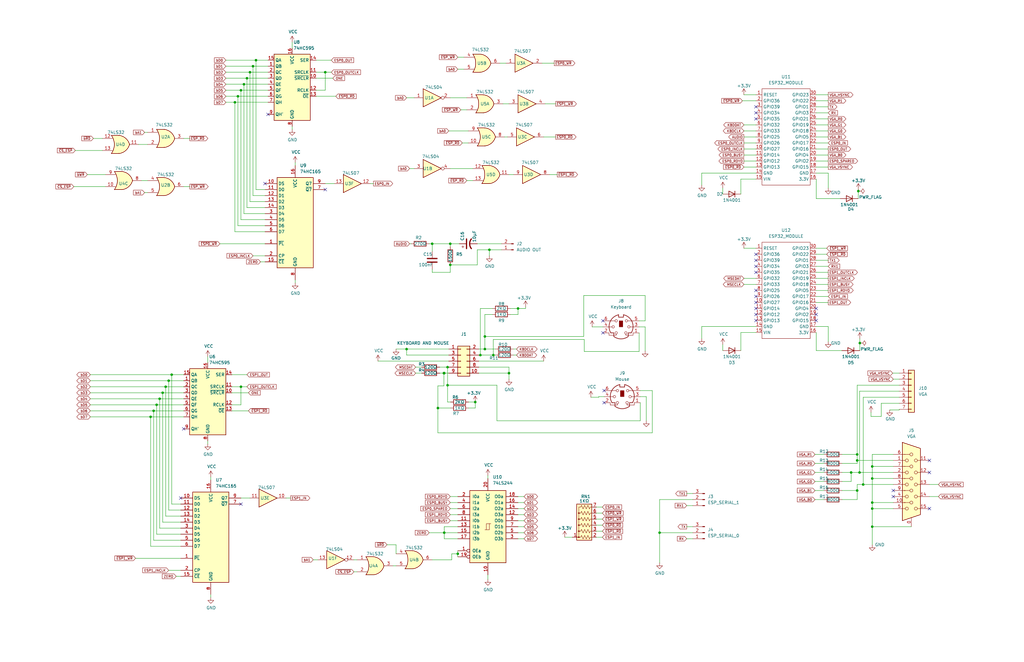
<source format=kicad_sch>
(kicad_sch (version 20211123) (generator eeschema)
  (paper "B")
  (title_block (title "Dual ESP32 IO") (date "2023-08-06") (rev "V1.0") (comment 1 "By Dan Werner"))
  (lib_symbols
    (symbol "74xx:74HC165"
      (property "Reference" "U" (at -7.62 19.05 0))
      (property "Value" "74HC165" (at -7.62 -21.59 0))
      (symbol "74HC165_1_0"
        (pin input line (at -12.7 -10.16 0) (length 5.08) (name "~{PL}") (number "1"))
        (pin input line (at -12.7 15.24 0) (length 5.08) (name "DS") (number "10"))
        (pin input line (at -12.7 12.7 0) (length 5.08) (name "D0") (number "11"))
        (pin input line (at -12.7 10.16 0) (length 5.08) (name "D1") (number "12"))
        (pin input line (at -12.7 7.62 0) (length 5.08) (name "D2") (number "13"))
        (pin input line (at -12.7 5.08 0) (length 5.08) (name "D3") (number "14"))
        (pin input line (at -12.7 -17.78 0) (length 5.08) (name "~{CE}") (number "15"))
        (pin power_in line (at 0 22.86 270) (length 5.08) (name "VCC") (number "16"))
        (pin input line (at -12.7 -15.24 0) (length 5.08) (name "CP") (number "2"))
        (pin input line (at -12.7 2.54 0) (length 5.08) (name "D4") (number "3"))
        (pin input line (at -12.7 0 0) (length 5.08) (name "D5") (number "4"))
        (pin input line (at -12.7 -2.54 0) (length 5.08) (name "D6") (number "5"))
        (pin input line (at -12.7 -5.08 0) (length 5.08) (name "D7") (number "6"))
        (pin output line (at 12.7 12.7 180) (length 5.08) (name "~{Q7}") (number "7"))
        (pin power_in line (at 0 -25.4 90) (length 5.08) (name "GND") (number "8"))
        (pin output line (at 12.7 15.24 180) (length 5.08) (name "Q7") (number "9"))
      )
    )
    (symbol "74xx:74HC595"
      (property "Reference" "U" (at -7.62 13.97 0))
      (property "Value" "74HC595" (at -7.62 -16.51 0))
      (symbol "74HC595_1_0"
        (pin tri_state line (at 10.16 7.62 180) (length 2.54) (name "QB") (number "1"))
        (pin input line (at -10.16 2.54 0) (length 2.54) (name "~{SRCLR}") (number "10"))
        (pin input line (at -10.16 5.08 0) (length 2.54) (name "SRCLK") (number "11"))
        (pin input line (at -10.16 -2.54 0) (length 2.54) (name "RCLK") (number "12"))
        (pin input line (at -10.16 -5.08 0) (length 2.54) (name "~{OE}") (number "13"))
        (pin input line (at -10.16 10.16 0) (length 2.54) (name "SER") (number "14"))
        (pin tri_state line (at 10.16 10.16 180) (length 2.54) (name "QA") (number "15"))
        (pin power_in line (at 0 15.24 270) (length 2.54) (name "VCC") (number "16"))
        (pin tri_state line (at 10.16 5.08 180) (length 2.54) (name "QC") (number "2"))
        (pin tri_state line (at 10.16 2.54 180) (length 2.54) (name "QD") (number "3"))
        (pin tri_state line (at 10.16 0 180) (length 2.54) (name "QE") (number "4"))
        (pin tri_state line (at 10.16 -2.54 180) (length 2.54) (name "QF") (number "5"))
        (pin tri_state line (at 10.16 -5.08 180) (length 2.54) (name "QG") (number "6"))
        (pin tri_state line (at 10.16 -7.62 180) (length 2.54) (name "QH") (number "7"))
        (pin power_in line (at 0 -17.78 90) (length 2.54) (name "GND") (number "8"))
        (pin output line (at 10.16 -12.7 180) (length 2.54) (name "QH'") (number "9"))
      )
    )
    (symbol "74xx:74LS04"
      (property "Reference" "U" (at 0 1.27 0))
      (property "Value" "74LS04" (at 0 -1.27 0))
      (symbol "74LS04_1_0"
        (pin input line (at -7.62 0 0) (length 3.81) (name "~") (number "1"))
        (pin output inverted (at 7.62 0 180) (length 3.81) (name "~") (number "2"))
      )
      (symbol "74LS04_2_0"
        (pin input line (at -7.62 0 0) (length 3.81) (name "~") (number "3"))
        (pin output inverted (at 7.62 0 180) (length 3.81) (name "~") (number "4"))
      )
      (symbol "74LS04_3_0"
        (pin input line (at -7.62 0 0) (length 3.81) (name "~") (number "5"))
        (pin output inverted (at 7.62 0 180) (length 3.81) (name "~") (number "6"))
      )
      (symbol "74LS04_4_0"
        (pin output inverted (at 7.62 0 180) (length 3.81) (name "~") (number "8"))
        (pin input line (at -7.62 0 0) (length 3.81) (name "~") (number "9"))
      )
      (symbol "74LS04_5_0"
        (pin output inverted (at 7.62 0 180) (length 3.81) (name "~") (number "10"))
        (pin input line (at -7.62 0 0) (length 3.81) (name "~") (number "11"))
      )
      (symbol "74LS04_6_0"
        (pin output inverted (at 7.62 0 180) (length 3.81) (name "~") (number "12"))
        (pin input line (at -7.62 0 0) (length 3.81) (name "~") (number "13"))
      )
      (symbol "74LS04_7_0"
        (pin power_in line (at 0 12.7 270) (length 5.08) (name "VCC") (number "14"))
        (pin power_in line (at 0 -12.7 90) (length 5.08) (name "GND") (number "7"))
      )
    )
    (symbol "74xx:74LS07" (pin_names (offset 1.016))
      (property "Reference" "U" (at 0 1.27 0))
      (property "Value" "74LS07" (at 0 -1.27 0))
      (symbol "74LS07_1_0"
        (pin input line (at -7.62 0 0) (length 3.81) (name "~") (number "1"))
        (pin open_collector line (at 7.62 0 180) (length 3.81) (name "~") (number "2"))
      )
      (symbol "74LS07_2_0"
        (pin input line (at -7.62 0 0) (length 3.81) (name "~") (number "3"))
        (pin open_collector line (at 7.62 0 180) (length 3.81) (name "~") (number "4"))
      )
      (symbol "74LS07_3_0"
        (pin input line (at -7.62 0 0) (length 3.81) (name "~") (number "5"))
        (pin open_collector line (at 7.62 0 180) (length 3.81) (name "~") (number "6"))
      )
      (symbol "74LS07_4_0"
        (pin open_collector line (at 7.62 0 180) (length 3.81) (name "~") (number "8"))
        (pin input line (at -7.62 0 0) (length 3.81) (name "~") (number "9"))
      )
      (symbol "74LS07_5_0"
        (pin open_collector line (at 7.62 0 180) (length 3.81) (name "~") (number "10"))
        (pin input line (at -7.62 0 0) (length 3.81) (name "~") (number "11"))
      )
      (symbol "74LS07_6_0"
        (pin open_collector line (at 7.62 0 180) (length 3.81) (name "~") (number "12"))
        (pin input line (at -7.62 0 0) (length 3.81) (name "~") (number "13"))
      )
      (symbol "74LS07_7_0"
        (pin power_in line (at 0 12.7 270) (length 5.08) (name "VCC") (number "14"))
        (pin power_in line (at 0 -12.7 90) (length 5.08) (name "GND") (number "7"))
      )
    )
    (symbol "74xx:74LS244" (pin_names (offset 1.016))
      (property "Reference" "U" (at -7.62 16.51 0))
      (property "Value" "74LS244" (at -7.62 -16.51 0))
      (symbol "74LS244_1_0"
        (pin input inverted (at -12.7 -10.16 0) (length 5.08) (name "OEa") (number "1"))
        (pin power_in line (at 0 -20.32 90) (length 5.08) (name "GND") (number "10"))
        (pin input line (at -12.7 2.54 0) (length 5.08) (name "I0b") (number "11"))
        (pin tri_state line (at 12.7 5.08 180) (length 5.08) (name "O3a") (number "12"))
        (pin input line (at -12.7 0 0) (length 5.08) (name "I1b") (number "13"))
        (pin tri_state line (at 12.7 7.62 180) (length 5.08) (name "O2a") (number "14"))
        (pin input line (at -12.7 -2.54 0) (length 5.08) (name "I2b") (number "15"))
        (pin tri_state line (at 12.7 10.16 180) (length 5.08) (name "O1a") (number "16"))
        (pin input line (at -12.7 -5.08 0) (length 5.08) (name "I3b") (number "17"))
        (pin tri_state line (at 12.7 12.7 180) (length 5.08) (name "O0a") (number "18"))
        (pin input inverted (at -12.7 -12.7 0) (length 5.08) (name "OEb") (number "19"))
        (pin input line (at -12.7 12.7 0) (length 5.08) (name "I0a") (number "2"))
        (pin power_in line (at 0 20.32 270) (length 5.08) (name "VCC") (number "20"))
        (pin tri_state line (at 12.7 -5.08 180) (length 5.08) (name "O3b") (number "3"))
        (pin input line (at -12.7 10.16 0) (length 5.08) (name "I1a") (number "4"))
        (pin tri_state line (at 12.7 -2.54 180) (length 5.08) (name "O2b") (number "5"))
        (pin input line (at -12.7 7.62 0) (length 5.08) (name "I2a") (number "6"))
        (pin tri_state line (at 12.7 0 180) (length 5.08) (name "O1b") (number "7"))
        (pin input line (at -12.7 5.08 0) (length 5.08) (name "I3a") (number "8"))
        (pin tri_state line (at 12.7 2.54 180) (length 5.08) (name "O0b") (number "9"))
      )
    )
    (symbol "74xx:74LS32" (pin_names (offset 1.016))
      (property "Reference" "U" (at 0 1.27 0))
      (property "Value" "74LS32" (at 0 -1.27 0))
      (symbol "74LS32_1_1"
        (pin input line (at -7.62 2.54 0) (length 4.318) (name "~") (number "1"))
        (pin input line (at -7.62 -2.54 0) (length 4.318) (name "~") (number "2"))
        (pin output line (at 7.62 0 180) (length 3.81) (name "~") (number "3"))
      )
      (symbol "74LS32_1_2"
        (pin input inverted (at -7.62 2.54 0) (length 3.81) (name "~") (number "1"))
        (pin input inverted (at -7.62 -2.54 0) (length 3.81) (name "~") (number "2"))
        (pin output inverted (at 7.62 0 180) (length 3.81) (name "~") (number "3"))
      )
      (symbol "74LS32_2_1"
        (pin input line (at -7.62 2.54 0) (length 4.318) (name "~") (number "4"))
        (pin input line (at -7.62 -2.54 0) (length 4.318) (name "~") (number "5"))
        (pin output line (at 7.62 0 180) (length 3.81) (name "~") (number "6"))
      )
      (symbol "74LS32_2_2"
        (pin input inverted (at -7.62 2.54 0) (length 3.81) (name "~") (number "4"))
        (pin input inverted (at -7.62 -2.54 0) (length 3.81) (name "~") (number "5"))
        (pin output inverted (at 7.62 0 180) (length 3.81) (name "~") (number "6"))
      )
      (symbol "74LS32_3_1"
        (pin input line (at -7.62 -2.54 0) (length 4.318) (name "~") (number "10"))
        (pin output line (at 7.62 0 180) (length 3.81) (name "~") (number "8"))
        (pin input line (at -7.62 2.54 0) (length 4.318) (name "~") (number "9"))
      )
      (symbol "74LS32_3_2"
        (pin input inverted (at -7.62 -2.54 0) (length 3.81) (name "~") (number "10"))
        (pin output inverted (at 7.62 0 180) (length 3.81) (name "~") (number "8"))
        (pin input inverted (at -7.62 2.54 0) (length 3.81) (name "~") (number "9"))
      )
      (symbol "74LS32_4_1"
        (pin output line (at 7.62 0 180) (length 3.81) (name "~") (number "11"))
        (pin input line (at -7.62 2.54 0) (length 4.318) (name "~") (number "12"))
        (pin input line (at -7.62 -2.54 0) (length 4.318) (name "~") (number "13"))
      )
      (symbol "74LS32_4_2"
        (pin output inverted (at 7.62 0 180) (length 3.81) (name "~") (number "11"))
        (pin input inverted (at -7.62 2.54 0) (length 3.81) (name "~") (number "12"))
        (pin input inverted (at -7.62 -2.54 0) (length 3.81) (name "~") (number "13"))
      )
      (symbol "74LS32_5_0"
        (pin power_in line (at 0 12.7 270) (length 5.08) (name "VCC") (number "14"))
        (pin power_in line (at 0 -12.7 90) (length 5.08) (name "GND") (number "7"))
      )
    )
    (symbol "CUSTOM_LIB:ESP32_MODULE"
      (property "Reference" "U" (at 0 -5.08 0))
      (property "Value" "ESP32_MODULE" (at 0 -1.27 0))
      (symbol "ESP32_MODULE_1_1"
        (pin input line (at -12.7 -5.08 0) (length 2.54) (name "RESET") (number "1"))
        (pin bidirectional line (at -12.7 -27.94 0) (length 2.54) (name "GPIO27") (number "10"))
        (pin bidirectional line (at -12.7 -30.48 0) (length 2.54) (name "GPIO14") (number "11"))
        (pin bidirectional line (at -12.7 -33.02 0) (length 2.54) (name "GPIO12") (number "12"))
        (pin bidirectional line (at -12.7 -35.56 0) (length 2.54) (name "GPIO13") (number "13"))
        (pin power_in line (at -12.7 -38.1 0) (length 2.54) (name "GND") (number "14"))
        (pin power_in line (at -12.7 -40.64 0) (length 2.54) (name "VIN") (number "15"))
        (pin power_in line (at 12.7 -40.64 180) (length 2.54) (name "3.3V") (number "16"))
        (pin power_in line (at 12.7 -38.1 180) (length 2.54) (name "GND") (number "17"))
        (pin bidirectional line (at 12.7 -35.56 180) (length 2.54) (name "GPIO15") (number "18"))
        (pin bidirectional line (at 12.7 -33.02 180) (length 2.54) (name "GPIO2") (number "19"))
        (pin bidirectional line (at -12.7 -7.62 0) (length 2.54) (name "GPIO36") (number "2"))
        (pin bidirectional line (at 12.7 -30.48 180) (length 2.54) (name "GPIO4") (number "20"))
        (pin bidirectional line (at 12.7 -27.94 180) (length 2.54) (name "GPIO16") (number "21"))
        (pin bidirectional line (at 12.7 -25.4 180) (length 2.54) (name "GPIO17") (number "22"))
        (pin bidirectional line (at 12.7 -22.86 180) (length 2.54) (name "GPIO5") (number "23"))
        (pin bidirectional line (at 12.7 -20.32 180) (length 2.54) (name "GPIO18") (number "24"))
        (pin bidirectional line (at 12.7 -17.78 180) (length 2.54) (name "GPIO19") (number "25"))
        (pin bidirectional line (at 12.7 -15.24 180) (length 2.54) (name "GPIO21") (number "26"))
        (pin bidirectional line (at 12.7 -12.7 180) (length 2.54) (name "GPIO3") (number "27"))
        (pin bidirectional line (at 12.7 -10.16 180) (length 2.54) (name "GPIO1") (number "28"))
        (pin bidirectional line (at 12.7 -7.62 180) (length 2.54) (name "GPIO22") (number "29"))
        (pin bidirectional line (at -12.7 -10.16 0) (length 2.54) (name "GPIO39") (number "3"))
        (pin bidirectional line (at 12.7 -5.08 180) (length 2.54) (name "GPIO23") (number "30"))
        (pin bidirectional line (at -12.7 -12.7 0) (length 2.54) (name "GPIO34") (number "4"))
        (pin bidirectional line (at -12.7 -15.24 0) (length 2.54) (name "GPIO35") (number "5"))
        (pin bidirectional line (at -12.7 -17.78 0) (length 2.54) (name "GPIO32") (number "6"))
        (pin bidirectional line (at -12.7 -20.32 0) (length 2.54) (name "GPIO33") (number "7"))
        (pin bidirectional line (at -12.7 -22.86 0) (length 2.54) (name "GPIO25") (number "8"))
        (pin bidirectional line (at -12.7 -25.4 0) (length 2.54) (name "GPIO26") (number "9"))
      )
    )
    (symbol "Connector:Conn_01x02_Male" (pin_names (offset 1.016) hide)
      (property "Reference" "J" (at 0 2.54 0))
      (property "Value" "Conn_01x02_Male" (at 0 -5.08 0))
      (symbol "Conn_01x02_Male_1_1"
        (pin passive line (at 5.08 0 180) (length 3.81) (name "Pin_1") (number "1"))
        (pin passive line (at 5.08 -2.54 180) (length 3.81) (name "Pin_2") (number "2"))
      )
    )
    (symbol "Connector:Conn_01x03_Male" (pin_names (offset 1.016) hide)
      (property "Reference" "J" (at 0 5.08 0))
      (property "Value" "Conn_01x03_Male" (at 0 -5.08 0))
      (symbol "Conn_01x03_Male_1_1"
        (pin passive line (at 5.08 2.54 180) (length 3.81) (name "Pin_1") (number "1"))
        (pin passive line (at 5.08 0 180) (length 3.81) (name "Pin_2") (number "2"))
        (pin passive line (at 5.08 -2.54 180) (length 3.81) (name "Pin_3") (number "3"))
      )
    )
    (symbol "Connector:DB15_Female_HighDensity_MountingHoles" (pin_names (offset 1.016) hide)
      (property "Reference" "J" (at 0 21.59 0))
      (property "Value" "DB15_Female_HighDensity_MountingHoles" (at 0 19.05 0))
      (symbol "DB15_Female_HighDensity_MountingHoles_1_1"
        (pin passive line (at 0 -17.78 90) (length 3.81) (name "~") (number "0"))
        (pin passive line (at -7.62 10.16 0) (length 5.08) (name "~") (number "1"))
        (pin passive line (at -7.62 -7.62 0) (length 5.08) (name "~") (number "10"))
        (pin passive line (at 7.62 10.16 180) (length 5.08) (name "~") (number "11"))
        (pin passive line (at 7.62 5.08 180) (length 5.08) (name "~") (number "12"))
        (pin passive line (at 7.62 0 180) (length 5.08) (name "~") (number "13"))
        (pin passive line (at 7.62 -5.08 180) (length 5.08) (name "~") (number "14"))
        (pin passive line (at 7.62 -10.16 180) (length 5.08) (name "~") (number "15"))
        (pin passive line (at -7.62 5.08 0) (length 5.08) (name "~") (number "2"))
        (pin passive line (at -7.62 0 0) (length 5.08) (name "~") (number "3"))
        (pin passive line (at -7.62 -5.08 0) (length 5.08) (name "~") (number "4"))
        (pin passive line (at -7.62 -10.16 0) (length 5.08) (name "~") (number "5"))
        (pin passive line (at -7.62 12.7 0) (length 5.08) (name "~") (number "6"))
        (pin passive line (at -7.62 7.62 0) (length 5.08) (name "~") (number "7"))
        (pin passive line (at -7.62 2.54 0) (length 5.08) (name "~") (number "8"))
        (pin passive line (at -7.62 -2.54 0) (length 5.08) (name "~") (number "9"))
      )
    )
    (symbol "Connector:Mini-DIN-6" (pin_names (offset 1.016))
      (property "Reference" "J" (at 0 6.35 0))
      (property "Value" "Mini-DIN-6" (at 0 -6.35 0))
      (symbol "Mini-DIN-6_1_1"
        (pin passive line (at 7.62 -2.54 180) (length 2.54) (name "~") (number "1"))
        (pin passive line (at -7.62 -2.54 0) (length 2.54) (name "~") (number "2"))
        (pin passive line (at 7.62 0 180) (length 2.54) (name "~") (number "3"))
        (pin passive line (at -7.62 0 0) (length 2.54) (name "~") (number "4"))
        (pin passive line (at 7.62 2.54 180) (length 2.54) (name "~") (number "5"))
        (pin passive line (at -7.62 2.54 0) (length 2.54) (name "~") (number "6"))
      )
    )
    (symbol "Connector_Generic:Conn_01x07" (pin_names (offset 1.016) hide)
      (property "Reference" "J" (at 0 10.16 0))
      (property "Value" "Conn_01x07" (at 0 -10.16 0))
      (symbol "Conn_01x07_1_1"
        (pin passive line (at -5.08 7.62 0) (length 3.81) (name "Pin_1") (number "1"))
        (pin passive line (at -5.08 5.08 0) (length 3.81) (name "Pin_2") (number "2"))
        (pin passive line (at -5.08 2.54 0) (length 3.81) (name "Pin_3") (number "3"))
        (pin passive line (at -5.08 0 0) (length 3.81) (name "Pin_4") (number "4"))
        (pin passive line (at -5.08 -2.54 0) (length 3.81) (name "Pin_5") (number "5"))
        (pin passive line (at -5.08 -5.08 0) (length 3.81) (name "Pin_6") (number "6"))
        (pin passive line (at -5.08 -7.62 0) (length 3.81) (name "Pin_7") (number "7"))
      )
    )
    (symbol "Connector_Generic:Conn_02x05_Odd_Even" (pin_names (offset 1.016) hide)
      (property "Reference" "J" (at 1.27 7.62 0))
      (property "Value" "Conn_02x05_Odd_Even" (at 1.27 -7.62 0))
      (symbol "Conn_02x05_Odd_Even_1_1"
        (pin passive line (at -5.08 5.08 0) (length 3.81) (name "Pin_1") (number "1"))
        (pin passive line (at 7.62 -5.08 180) (length 3.81) (name "Pin_10") (number "10"))
        (pin passive line (at 7.62 5.08 180) (length 3.81) (name "Pin_2") (number "2"))
        (pin passive line (at -5.08 2.54 0) (length 3.81) (name "Pin_3") (number "3"))
        (pin passive line (at 7.62 2.54 180) (length 3.81) (name "Pin_4") (number "4"))
        (pin passive line (at -5.08 0 0) (length 3.81) (name "Pin_5") (number "5"))
        (pin passive line (at 7.62 0 180) (length 3.81) (name "Pin_6") (number "6"))
        (pin passive line (at -5.08 -2.54 0) (length 3.81) (name "Pin_7") (number "7"))
        (pin passive line (at 7.62 -2.54 180) (length 3.81) (name "Pin_8") (number "8"))
        (pin passive line (at -5.08 -5.08 0) (length 3.81) (name "Pin_9") (number "9"))
      )
    )
    (symbol "Device:C" (pin_numbers hide) (pin_names (offset 0.254))
      (property "Reference" "C" (at 0.635 2.54 0))
      (property "Value" "C" (at 0.635 -2.54 0))
      (symbol "C_1_1"
        (pin passive line (at 0 3.81 270) (length 2.794) (name "~") (number "1"))
        (pin passive line (at 0 -3.81 90) (length 2.794) (name "~") (number "2"))
      )
    )
    (symbol "Device:C_Polarized_US" (pin_numbers hide) (pin_names (offset 0.254) hide)
      (property "Reference" "C" (at 0.635 2.54 0))
      (property "Value" "C_Polarized_US" (at 0.635 -2.54 0))
      (symbol "C_Polarized_US_1_1"
        (pin passive line (at 0 3.81 270) (length 2.794) (name "~") (number "1"))
        (pin passive line (at 0 -3.81 90) (length 3.302) (name "~") (number "2"))
      )
    )
    (symbol "Device:R" (pin_numbers hide) (pin_names (offset 0))
      (property "Reference" "R" (at 2.032 0 90))
      (property "Value" "R" (at 0 0 90))
      (symbol "R_1_1"
        (pin passive line (at 0 3.81 270) (length 1.27) (name "~") (number "1"))
        (pin passive line (at 0 -3.81 90) (length 1.27) (name "~") (number "2"))
      )
    )
    (symbol "Device:R_Network06_US" (pin_names (offset 0) hide)
      (property "Reference" "RN" (at -10.16 0 90))
      (property "Value" "R_Network06_US" (at 7.62 0 90))
      (symbol "R_Network06_US_1_1"
        (pin passive line (at -7.62 5.08 270) (length 2.54) (name "common") (number "1"))
        (pin passive line (at -7.62 -5.08 90) (length 1.27) (name "R1") (number "2"))
        (pin passive line (at -5.08 -5.08 90) (length 1.27) (name "R2") (number "3"))
        (pin passive line (at -2.54 -5.08 90) (length 1.27) (name "R3") (number "4"))
        (pin passive line (at 0 -5.08 90) (length 1.27) (name "R4") (number "5"))
        (pin passive line (at 2.54 -5.08 90) (length 1.27) (name "R5") (number "6"))
        (pin passive line (at 5.08 -5.08 90) (length 1.27) (name "R6") (number "7"))
      )
    )
    (symbol "Diode:1N4001" (pin_numbers hide) (pin_names hide)
      (property "Reference" "D" (at 0 2.54 0))
      (property "Value" "1N4001" (at 0 -2.54 0))
      (symbol "1N4001_1_1"
        (pin passive line (at -3.81 0 0) (length 2.54) (name "K") (number "1"))
        (pin passive line (at 3.81 0 180) (length 2.54) (name "A") (number "2"))
      )
    )
    (symbol "power:+3.3V" (power) (pin_names (offset 0))
      (property "Value" "+3.3V" (at 0 3.556 0))
      (symbol "+3.3V_1_1"
        (pin power_in line (at 0 0 90) (length 0) hide (name "+3.3V") (number "1"))
      )
    )
    (symbol "power:GND" (power) (pin_names (offset 0))
      (property "Value" "GND" (at 0 -3.81 0))
      (symbol "GND_1_1"
        (pin power_in line (at 0 0 270) (length 0) hide (name "GND") (number "1"))
      )
    )
    (symbol "power:PWR_FLAG" (power) (pin_numbers hide) (pin_names (offset 0) hide)
      (property "Value" "PWR_FLAG" (at 0 3.81 0))
      (symbol "PWR_FLAG_0_0"
        (pin power_out line (at 0 0 90) (length 0) (name "pwr") (number "1"))
      )
    )
    (symbol "power:VCC" (power) (pin_names (offset 0))
      (property "Value" "VCC" (at 0 3.81 0))
      (symbol "VCC_1_1"
        (pin power_in line (at 0 0 90) (length 0) hide (name "VCC") (number "1"))
      )
    )
  )
  (junction (at 367.792 222.25))
  (junction (at 106.68 27.94))
  (junction (at 101.6 163.195))
  (junction (at 69.85 163.195))
  (junction (at 189.865 102.87))
  (junction (at 104.14 33.02))
  (junction (at 101.6 38.1))
  (junction (at 363.982 204.47))
  (junction (at 72.39 158.115))
  (junction (at 188.722 154.94))
  (junction (at 362.458 199.39))
  (junction (at 204.47 141.986))
  (junction (at 187.198 157.48))
  (junction (at 188.722 162.56))
  (junction (at 362.585 144.78))
  (junction (at 214.63 157.48))
  (junction (at 187.325 157.48))
  (junction (at 187.325 224.79))
  (junction (at 200.406 169.672))
  (junction (at 202.565 149.86))
  (junction (at 218.44 130.175))
  (junction (at 64.77 173.355))
  (junction (at 107.95 25.4))
  (junction (at 367.792 212.09))
  (junction (at 171.45 147.32))
  (junction (at 63.5 175.895))
  (junction (at 367.792 214.63))
  (junction (at 361.442 207.01))
  (junction (at 137.16 30.48))
  (junction (at 184.658 172.212))
  (junction (at 367.792 196.85))
  (junction (at 208.026 149.86))
  (junction (at 102.87 35.56))
  (junction (at 206.375 105.41))
  (junction (at 358.902 199.39))
  (junction (at 105.41 30.48))
  (junction (at 189.865 111.76))
  (junction (at 367.792 201.93))
  (junction (at 278.13 224.79))
  (junction (at 99.06 43.18))
  (junction (at 182.245 102.87))
  (junction (at 67.31 168.275))
  (junction (at 68.58 165.735))
  (junction (at 100.33 40.64))
  (junction (at 204.47 147.32))
  (junction (at 361.442 191.77))
  (junction (at 361.95 80.645))
  (junction (at 193.04 233.68))
  (junction (at 361.442 194.31))
  (junction (at 66.04 170.815))
  (junction (at 71.12 160.655))
  (no_connect (at 113.03 48.26))
  (no_connect (at 376.682 207.01))
  (no_connect (at 344.17 132.715))
  (no_connect (at 137.16 80.01))
  (no_connect (at 318.77 107.315))
  (no_connect (at 111.76 77.47))
  (no_connect (at 318.77 45.085))
  (no_connect (at 318.77 132.715))
  (no_connect (at 344.17 135.255))
  (no_connect (at 344.17 130.175))
  (no_connect (at 391.922 214.63))
  (no_connect (at 101.6 212.725))
  (no_connect (at 254.254 135.382))
  (no_connect (at 254.762 164.846))
  (no_connect (at 254.762 169.926))
  (no_connect (at 254.254 140.462))
  (no_connect (at 318.77 127.635))
  (no_connect (at 318.77 114.935))
  (no_connect (at 391.922 199.39))
  (no_connect (at 391.922 194.31))
  (no_connect (at 318.77 112.395))
  (no_connect (at 318.77 135.255))
  (no_connect (at 376.682 209.55))
  (no_connect (at 318.77 122.555))
  (no_connect (at 76.2 210.185))
  (no_connect (at 318.77 130.175))
  (no_connect (at 77.47 180.975))
  (no_connect (at 318.77 125.095))
  (no_connect (at 318.77 50.165))
  (no_connect (at 318.77 109.855))
  (no_connect (at 318.77 47.625))
  (wire (pts (xy 204.47 141.986) (xy 246.126 141.986)))
  (wire (pts (xy 188.722 154.94) (xy 189.23 154.94)))
  (wire (pts (xy 344.17 109.855) (xy 349.25 109.855)))
  (wire (pts (xy 77.47 78.74) (xy 80.01 78.74)))
  (wire (pts (xy 344.17 42.545) (xy 349.25 42.545)))
  (wire (pts (xy 269.494 140.462) (xy 269.494 148.336)))
  (wire (pts (xy 252.476 167.386) (xy 252.476 167.64)))
  (wire (pts (xy 193.04 24.13) (xy 195.58 24.13)))
  (wire (pts (xy 38.1 170.815) (xy 66.04 170.815)))
  (wire (pts (xy 278.13 224.79) (xy 292.1 224.79)))
  (wire (pts (xy 200.406 172.212) (xy 200.406 169.672)))
  (wire (pts (xy 189.865 214.63) (xy 193.04 214.63)))
  (wire (pts (xy 361.442 207.01) (xy 361.442 204.47)))
  (wire (pts (xy 123.19 53.34) (xy 123.19 54.61)))
  (wire (pts (xy 361.442 162.56) (xy 379.222 162.56)))
  (wire (pts (xy 77.47 158.115) (xy 72.39 158.115)))
  (wire (pts (xy 104.14 87.63) (xy 104.14 33.02)))
  (wire (pts (xy 133.35 33.02) (xy 140.335 33.02)))
  (wire (pts (xy 95.25 43.18) (xy 99.06 43.18)))
  (wire (pts (xy 229.87 43.815) (xy 234.315 43.815)))
  (wire (pts (xy 133.35 40.64) (xy 141.605 40.64)))
  (wire (pts (xy 31.75 63.5) (xy 43.18 63.5)))
  (wire (pts (xy 254.762 167.386) (xy 252.476 167.386)))
  (wire (pts (xy 313.69 40.005) (xy 318.77 40.005)))
  (wire (pts (xy 156.21 77.47) (xy 157.48 77.47)))
  (wire (pts (xy 76.2 215.265) (xy 71.12 215.265)))
  (wire (pts (xy 59.69 76.2) (xy 62.23 76.2)))
  (wire (pts (xy 97.79 158.115) (xy 104.14 158.115)))
  (wire (pts (xy 218.44 214.63) (xy 220.98 214.63)))
  (wire (pts (xy 194.31 46.355) (xy 196.85 46.355)))
  (wire (pts (xy 71.12 240.665) (xy 76.2 240.665)))
  (wire (pts (xy 221.615 130.175) (xy 221.615 129.54)))
  (wire (pts (xy 193.04 222.25) (xy 187.325 222.25)))
  (wire (pts (xy 361.95 80.01) (xy 361.95 80.645)))
  (wire (pts (xy 36.83 73.66) (xy 44.45 73.66)))
  (wire (pts (xy 95.25 30.48) (xy 105.41 30.48)))
  (wire (pts (xy 355.092 195.58) (xy 361.442 195.58)))
  (wire (pts (xy 137.16 38.1) (xy 137.16 30.48)))
  (wire (pts (xy 343.662 210.82) (xy 347.472 210.82)))
  (wire (pts (xy 344.17 125.095) (xy 349.25 125.095)))
  (wire (pts (xy 313.69 52.705) (xy 318.77 52.705)))
  (wire (pts (xy 344.17 67.945) (xy 349.25 67.945)))
  (wire (pts (xy 218.44 227.33) (xy 220.98 227.33)))
  (wire (pts (xy 187.325 222.25) (xy 187.325 224.79)))
  (wire (pts (xy 163.195 229.87) (xy 167.005 229.87)))
  (wire (pts (xy 190.5 233.68) (xy 193.04 233.68)))
  (wire (pts (xy 111.76 92.71) (xy 101.6 92.71)))
  (wire (pts (xy 109.855 110.49) (xy 111.76 110.49)))
  (wire (pts (xy 58.42 60.96) (xy 62.23 60.96)))
  (wire (pts (xy 272.034 124.714) (xy 272.034 135.382)))
  (wire (pts (xy 229.235 57.785) (xy 234.315 57.785)))
  (wire (pts (xy 228.6 26.67) (xy 233.68 26.67)))
  (wire (pts (xy 76.2 220.345) (xy 68.58 220.345)))
  (wire (pts (xy 165.735 238.76) (xy 167.005 238.76)))
  (wire (pts (xy 295.91 73.025) (xy 318.77 73.025)))
  (wire (pts (xy 76.2 222.885) (xy 67.31 222.885)))
  (wire (pts (xy 251.46 224.155) (xy 254 224.155)))
  (wire (pts (xy 344.17 127.635) (xy 349.25 127.635)))
  (wire (pts (xy 367.792 196.85) (xy 367.792 201.93)))
  (wire (pts (xy 344.17 137.795) (xy 349.25 137.795)))
  (wire (pts (xy 238.125 226.695) (xy 241.3 226.695)))
  (wire (pts (xy 101.6 210.185) (xy 105.41 210.185)))
  (wire (pts (xy 99.06 97.79) (xy 99.06 43.18)))
  (wire (pts (xy 97.79 170.815) (xy 101.6 170.815)))
  (wire (pts (xy 171.45 149.86) (xy 189.23 149.86)))
  (wire (pts (xy 313.69 70.485) (xy 318.77 70.485)))
  (wire (pts (xy 38.1 168.275) (xy 67.31 168.275)))
  (wire (pts (xy 205.74 200.66) (xy 205.74 201.93)))
  (wire (pts (xy 344.17 47.625) (xy 349.25 47.625)))
  (wire (pts (xy 188.722 162.56) (xy 188.722 169.672)))
  (wire (pts (xy 367.284 175.768) (xy 367.284 173.99)))
  (wire (pts (xy 344.17 112.395) (xy 349.25 112.395)))
  (wire (pts (xy 113.03 38.1) (xy 101.6 38.1)))
  (wire (pts (xy 113.03 33.02) (xy 104.14 33.02)))
  (wire (pts (xy 175.26 157.48) (xy 177.8 157.48)))
  (wire (pts (xy 355.092 210.82) (xy 361.442 210.82)))
  (wire (pts (xy 69.85 217.805) (xy 69.85 163.195)))
  (wire (pts (xy 289.56 222.25) (xy 292.1 222.25)))
  (wire (pts (xy 313.69 60.325) (xy 318.77 60.325)))
  (wire (pts (xy 362.585 142.875) (xy 362.585 144.78)))
  (wire (pts (xy 362.458 199.39) (xy 376.682 199.39)))
  (wire (pts (xy 209.55 162.56) (xy 209.55 177.546)))
  (wire (pts (xy 95.25 40.64) (xy 100.33 40.64)))
  (wire (pts (xy 252.476 167.64) (xy 249.174 167.64)))
  (wire (pts (xy 344.17 50.165) (xy 349.25 50.165)))
  (wire (pts (xy 77.47 168.275) (xy 67.31 168.275)))
  (wire (pts (xy 211.455 105.41) (xy 206.375 105.41)))
  (wire (pts (xy 313.69 104.775) (xy 318.77 104.775)))
  (wire (pts (xy 343.662 199.39) (xy 347.472 199.39)))
  (wire (pts (xy 313.69 67.945) (xy 318.77 67.945)))
  (wire (pts (xy 312.42 75.565) (xy 318.77 75.565)))
  (wire (pts (xy 358.902 199.39) (xy 362.458 199.39)))
  (wire (pts (xy 204.47 132.715) (xy 204.47 141.986)))
  (wire (pts (xy 367.792 214.63) (xy 367.792 222.25)))
  (wire (pts (xy 210.82 26.67) (xy 213.36 26.67)))
  (wire (pts (xy 39.37 58.42) (xy 43.18 58.42)))
  (wire (pts (xy 133.35 30.48) (xy 137.16 30.48)))
  (wire (pts (xy 95.25 27.94) (xy 106.68 27.94)))
  (wire (pts (xy 102.87 90.17) (xy 102.87 35.56)))
  (wire (pts (xy 363.982 167.64) (xy 379.222 167.64)))
  (wire (pts (xy 270.002 167.386) (xy 272.542 167.386)))
  (wire (pts (xy 361.442 195.58) (xy 361.442 194.31)))
  (wire (pts (xy 60.96 55.88) (xy 62.23 55.88)))
  (wire (pts (xy 106.68 107.95) (xy 111.76 107.95)))
  (wire (pts (xy 113.03 25.4) (xy 107.95 25.4)))
  (wire (pts (xy 67.31 222.885) (xy 67.31 168.275)))
  (wire (pts (xy 95.25 25.4) (xy 107.95 25.4)))
  (wire (pts (xy 189.865 102.87) (xy 189.865 104.14)))
  (wire (pts (xy 175.26 154.94) (xy 177.8 154.94)))
  (wire (pts (xy 172.72 71.12) (xy 174.625 71.12)))
  (wire (pts (xy 189.865 217.17) (xy 193.04 217.17)))
  (wire (pts (xy 201.93 152.4) (xy 229.235 152.4)))
  (wire (pts (xy 113.03 30.48) (xy 105.41 30.48)))
  (wire (pts (xy 187.325 227.33) (xy 193.04 227.33)))
  (wire (pts (xy 343.662 191.77) (xy 347.472 191.77)))
  (wire (pts (xy 251.46 213.995) (xy 254 213.995)))
  (wire (pts (xy 87.63 150.495) (xy 87.63 153.035)))
  (wire (pts (xy 216.535 147.32) (xy 217.805 147.32)))
  (wire (pts (xy 344.17 73.025) (xy 349.25 73.025)))
  (wire (pts (xy 180.975 102.87) (xy 182.245 102.87)))
  (wire (pts (xy 344.17 70.485) (xy 349.25 70.485)))
  (wire (pts (xy 187.325 157.48) (xy 189.23 157.48)))
  (wire (pts (xy 106.68 27.94) (xy 113.03 27.94)))
  (wire (pts (xy 105.41 85.09) (xy 105.41 30.48)))
  (wire (pts (xy 343.662 195.58) (xy 347.472 195.58)))
  (wire (pts (xy 38.1 165.735) (xy 68.58 165.735)))
  (wire (pts (xy 391.922 209.55) (xy 395.732 209.55)))
  (wire (pts (xy 344.17 75.565) (xy 344.17 83.82)))
  (wire (pts (xy 60.96 81.28) (xy 62.23 81.28)))
  (wire (pts (xy 97.79 163.195) (xy 101.6 163.195)))
  (wire (pts (xy 113.03 40.64) (xy 100.33 40.64)))
  (wire (pts (xy 77.47 58.42) (xy 80.01 58.42)))
  (wire (pts (xy 149.225 241.3) (xy 150.495 241.3)))
  (wire (pts (xy 201.93 149.86) (xy 202.565 149.86)))
  (wire (pts (xy 344.17 140.335) (xy 344.17 147.955)))
  (wire (pts (xy 171.45 147.32) (xy 171.45 149.86)))
  (wire (pts (xy 313.69 62.865) (xy 318.77 62.865)))
  (wire (pts (xy 95.25 38.1) (xy 101.6 38.1)))
  (wire (pts (xy 194.945 60.325) (xy 197.485 60.325)))
  (wire (pts (xy 187.325 224.79) (xy 187.325 227.33)))
  (wire (pts (xy 371.602 175.768) (xy 367.284 175.768)))
  (wire (pts (xy 344.17 107.315) (xy 348.615 107.315)))
  (wire (pts (xy 362.458 165.1) (xy 379.222 165.1)))
  (wire (pts (xy 251.46 219.075) (xy 254 219.075)))
  (wire (pts (xy 107.95 80.01) (xy 107.95 25.4)))
  (wire (pts (xy 344.17 83.82) (xy 354.33 83.82)))
  (wire (pts (xy 218.44 132.715) (xy 218.44 130.175)))
  (wire (pts (xy 185.42 154.94) (xy 188.722 154.94)))
  (wire (pts (xy 251.46 216.535) (xy 254 216.535)))
  (wire (pts (xy 246.38 148.336) (xy 246.38 143.256)))
  (wire (pts (xy 208.026 143.256) (xy 208.026 149.86)))
  (wire (pts (xy 246.126 124.714) (xy 272.034 124.714)))
  (wire (pts (xy 206.375 105.41) (xy 206.375 107.95)))
  (wire (pts (xy 205.74 242.57) (xy 205.74 244.475)))
  (wire (pts (xy 363.982 204.47) (xy 363.982 167.64)))
  (wire (pts (xy 201.295 111.76) (xy 189.865 111.76)))
  (wire (pts (xy 101.6 170.815) (xy 101.6 163.195)))
  (wire (pts (xy 184.658 182.626) (xy 184.658 172.212)))
  (wire (pts (xy 292.1 210.82) (xy 278.13 210.82)))
  (wire (pts (xy 201.93 147.32) (xy 204.47 147.32)))
  (wire (pts (xy 344.17 52.705) (xy 349.25 52.705)))
  (wire (pts (xy 344.17 117.475) (xy 349.25 117.475)))
  (wire (pts (xy 88.9 250.825) (xy 88.9 252.095)))
  (wire (pts (xy 202.565 149.86) (xy 208.026 149.86)))
  (wire (pts (xy 212.09 43.815) (xy 214.63 43.815)))
  (wire (pts (xy 204.47 147.32) (xy 208.915 147.32)))
  (wire (pts (xy 77.47 163.195) (xy 69.85 163.195)))
  (wire (pts (xy 269.494 137.922) (xy 272.034 137.922)))
  (wire (pts (xy 376.682 160.02) (xy 379.222 160.02)))
  (wire (pts (xy 251.46 226.695) (xy 254 226.695)))
  (wire (pts (xy 188.722 162.56) (xy 209.55 162.56)))
  (wire (pts (xy 124.46 68.58) (xy 124.46 69.85)))
  (wire (pts (xy 212.725 57.785) (xy 213.995 57.785)))
  (wire (pts (xy 272.034 137.922) (xy 272.034 148.082)))
  (wire (pts (xy 113.03 35.56) (xy 102.87 35.56)))
  (wire (pts (xy 204.47 141.986) (xy 204.47 147.32)))
  (wire (pts (xy 355.092 203.2) (xy 358.902 203.2)))
  (wire (pts (xy 187.198 157.48) (xy 187.325 157.48)))
  (wire (pts (xy 38.1 158.115) (xy 72.39 158.115)))
  (wire (pts (xy 246.38 143.256) (xy 208.026 143.256)))
  (wire (pts (xy 87.63 186.055) (xy 87.63 187.325)))
  (wire (pts (xy 289.56 208.28) (xy 292.1 208.28)))
  (wire (pts (xy 295.91 137.795) (xy 318.77 137.795)))
  (wire (pts (xy 218.44 209.55) (xy 220.98 209.55)))
  (wire (pts (xy 313.69 55.245) (xy 318.77 55.245)))
  (wire (pts (xy 77.47 170.815) (xy 66.04 170.815)))
  (wire (pts (xy 189.23 147.32) (xy 171.45 147.32)))
  (wire (pts (xy 137.16 30.48) (xy 139.7 30.48)))
  (wire (pts (xy 189.865 111.76) (xy 189.865 114.935)))
  (wire (pts (xy 159.385 152.4) (xy 189.23 152.4)))
  (wire (pts (xy 120.65 210.185) (xy 122.555 210.185)))
  (wire (pts (xy 379.222 172.974) (xy 379.222 172.72)))
  (wire (pts (xy 313.69 65.405) (xy 318.77 65.405)))
  (wire (pts (xy 201.295 105.41) (xy 201.295 111.76)))
  (wire (pts (xy 367.792 212.09) (xy 367.792 214.63)))
  (wire (pts (xy 38.1 163.195) (xy 69.85 163.195)))
  (wire (pts (xy 367.792 191.77) (xy 367.792 196.85)))
  (wire (pts (xy 367.792 196.85) (xy 376.682 196.85)))
  (wire (pts (xy 185.42 157.48) (xy 187.198 157.48)))
  (wire (pts (xy 201.93 154.94) (xy 214.63 154.94)))
  (wire (pts (xy 182.245 102.87) (xy 189.865 102.87)))
  (wire (pts (xy 97.79 165.735) (xy 104.775 165.735)))
  (wire (pts (xy 111.76 82.55) (xy 106.68 82.55)))
  (wire (pts (xy 367.792 201.93) (xy 376.682 201.93)))
  (wire (pts (xy 218.44 224.79) (xy 220.98 224.79)))
  (wire (pts (xy 111.76 80.01) (xy 107.95 80.01)))
  (wire (pts (xy 361.442 194.31) (xy 376.682 194.31)))
  (wire (pts (xy 202.565 130.175) (xy 207.645 130.175)))
  (wire (pts (xy 111.76 87.63) (xy 104.14 87.63)))
  (wire (pts (xy 367.792 212.09) (xy 376.682 212.09)))
  (wire (pts (xy 101.6 163.195) (xy 104.14 163.195)))
  (wire (pts (xy 361.442 204.47) (xy 363.982 204.47)))
  (wire (pts (xy 343.662 203.2) (xy 347.472 203.2)))
  (wire (pts (xy 218.44 222.25) (xy 220.98 222.25)))
  (wire (pts (xy 111.76 95.25) (xy 100.33 95.25)))
  (wire (pts (xy 208.026 149.86) (xy 208.915 149.86)))
  (wire (pts (xy 189.23 55.245) (xy 197.485 55.245)))
  (wire (pts (xy 76.2 217.805) (xy 69.85 217.805)))
  (wire (pts (xy 313.69 57.785) (xy 318.77 57.785)))
  (wire (pts (xy 361.442 162.56) (xy 361.442 191.77)))
  (wire (pts (xy 304.8 79.375) (xy 304.8 81.915)))
  (wire (pts (xy 289.56 213.36) (xy 292.1 213.36)))
  (wire (pts (xy 193.04 29.21) (xy 195.58 29.21)))
  (wire (pts (xy 367.792 222.25) (xy 384.302 222.25)))
  (wire (pts (xy 344.17 45.085) (xy 349.25 45.085)))
  (wire (pts (xy 312.42 147.955) (xy 312.42 140.335)))
  (wire (pts (xy 188.722 154.94) (xy 188.722 162.56)))
  (wire (pts (xy 344.17 57.785) (xy 349.25 57.785)))
  (wire (pts (xy 313.055 42.545) (xy 318.77 42.545)))
  (wire (pts (xy 358.902 203.2) (xy 358.902 199.39)))
  (wire (pts (xy 201.93 157.48) (xy 214.63 157.48)))
  (wire (pts (xy 275.082 164.846) (xy 275.082 182.626)))
  (wire (pts (xy 349.25 137.795) (xy 349.25 144.145)))
  (wire (pts (xy 215.265 132.715) (xy 218.44 132.715)))
  (wire (pts (xy 76.2 230.505) (xy 63.5 230.505)))
  (wire (pts (xy 355.092 207.01) (xy 361.442 207.01)))
  (wire (pts (xy 363.982 204.47) (xy 376.682 204.47)))
  (wire (pts (xy 38.1 173.355) (xy 64.77 173.355)))
  (wire (pts (xy 391.922 204.47) (xy 395.732 204.47)))
  (wire (pts (xy 77.47 165.735) (xy 68.58 165.735)))
  (wire (pts (xy 184.658 172.212) (xy 184.658 162.814)))
  (wire (pts (xy 344.17 122.555) (xy 349.25 122.555)))
  (wire (pts (xy 376.428 157.48) (xy 379.222 157.48)))
  (wire (pts (xy 189.865 114.935) (xy 182.245 114.935)))
  (wire (pts (xy 344.17 60.325) (xy 349.25 60.325)))
  (wire (pts (xy 214.63 154.94) (xy 214.63 157.48)))
  (wire (pts (xy 269.494 148.336) (xy 246.38 148.336)))
  (wire (pts (xy 202.565 149.86) (xy 202.565 130.175)))
  (wire (pts (xy 216.535 149.86) (xy 217.805 149.86)))
  (wire (pts (xy 92.71 102.87) (xy 111.76 102.87)))
  (wire (pts (xy 189.865 212.09) (xy 193.04 212.09)))
  (wire (pts (xy 367.792 214.63) (xy 376.682 214.63)))
  (wire (pts (xy 171.45 147.32) (xy 167.005 147.32)))
  (wire (pts (xy 97.79 173.355) (xy 104.775 173.355)))
  (wire (pts (xy 172.72 102.87) (xy 173.355 102.87)))
  (wire (pts (xy 295.91 137.795) (xy 295.91 142.875)))
  (wire (pts (xy 193.04 232.41) (xy 193.04 233.68)))
  (wire (pts (xy 361.442 191.77) (xy 361.442 194.31)))
  (wire (pts (xy 270.002 164.846) (xy 275.082 164.846)))
  (wire (pts (xy 312.42 140.335) (xy 318.77 140.335)))
  (wire (pts (xy 189.865 209.55) (xy 193.04 209.55)))
  (wire (pts (xy 38.1 175.895) (xy 63.5 175.895)))
  (wire (pts (xy 133.35 38.1) (xy 137.16 38.1)))
  (wire (pts (xy 361.442 210.82) (xy 361.442 207.01)))
  (wire (pts (xy 76.2 227.965) (xy 64.77 227.965)))
  (wire (pts (xy 201.295 102.87) (xy 211.455 102.87)))
  (wire (pts (xy 76.2 225.425) (xy 66.04 225.425)))
  (wire (pts (xy 187.325 224.79) (xy 193.04 224.79)))
  (wire (pts (xy 38.1 160.655) (xy 71.12 160.655)))
  (wire (pts (xy 367.792 222.25) (xy 367.792 229.87)))
  (wire (pts (xy 379.222 170.18) (xy 371.602 170.18)))
  (wire (pts (xy 289.56 227.33) (xy 292.1 227.33)))
  (wire (pts (xy 189.865 41.275) (xy 196.85 41.275)))
  (wire (pts (xy 77.47 175.895) (xy 63.5 175.895)))
  (wire (pts (xy 371.602 170.18) (xy 371.602 175.768)))
  (wire (pts (xy 215.265 130.175) (xy 218.44 130.175)))
  (wire (pts (xy 251.46 221.615) (xy 254 221.615)))
  (wire (pts (xy 133.35 25.4) (xy 139.7 25.4)))
  (wire (pts (xy 361.95 80.645) (xy 361.95 83.82)))
  (wire (pts (xy 197.612 172.212) (xy 200.406 172.212)))
  (wire (pts (xy 111.76 85.09) (xy 105.41 85.09)))
  (wire (pts (xy 272.542 167.386) (xy 272.542 177.546)))
  (wire (pts (xy 246.126 141.986) (xy 246.126 124.714)))
  (wire (pts (xy 184.658 162.814) (xy 187.198 162.814)))
  (wire (pts (xy 71.12 215.265) (xy 71.12 160.655)))
  (wire (pts (xy 72.39 212.725) (xy 72.39 158.115)))
  (wire (pts (xy 218.44 217.17) (xy 220.98 217.17)))
  (wire (pts (xy 349.25 73.025) (xy 349.25 79.375)))
  (wire (pts (xy 249.682 137.922) (xy 254.254 137.922)))
  (wire (pts (xy 295.91 73.025) (xy 295.91 78.105)))
  (wire (pts (xy 189.865 102.87) (xy 193.675 102.87)))
  (wire (pts (xy 100.33 95.25) (xy 100.33 40.64)))
  (wire (pts (xy 218.44 212.09) (xy 220.98 212.09)))
  (wire (pts (xy 187.198 157.48) (xy 187.198 162.814)))
  (wire (pts (xy 376.682 191.77) (xy 367.792 191.77)))
  (wire (pts (xy 231.775 73.66) (xy 234.95 73.66)))
  (wire (pts (xy 95.25 33.02) (xy 104.14 33.02)))
  (wire (pts (xy 187.325 224.79) (xy 180.975 224.79)))
  (wire (pts (xy 184.658 172.212) (xy 189.992 172.212)))
  (wire (pts (xy 182.245 113.665) (xy 182.245 114.935)))
  (wire (pts (xy 355.092 191.77) (xy 361.442 191.77)))
  (wire (pts (xy 182.245 236.22) (xy 190.5 236.22)))
  (wire (pts (xy 270.002 169.926) (xy 270.002 177.546)))
  (wire (pts (xy 137.16 77.47) (xy 140.97 77.47)))
  (wire (pts (xy 123.19 17.78) (xy 123.19 20.32)))
  (wire (pts (xy 57.15 235.585) (xy 76.2 235.585)))
  (wire (pts (xy 206.375 105.41) (xy 201.295 105.41)))
  (wire (pts (xy 124.46 118.11) (xy 124.46 119.38)))
  (wire (pts (xy 204.47 132.715) (xy 207.645 132.715)))
  (wire (pts (xy 362.585 144.78) (xy 362.585 147.955)))
  (wire (pts (xy 362.458 199.39) (xy 362.458 165.1)))
  (wire (pts (xy 275.082 182.626) (xy 184.658 182.626)))
  (wire (pts (xy 76.2 212.725) (xy 72.39 212.725)))
  (wire (pts (xy 355.092 199.39) (xy 358.902 199.39)))
  (wire (pts (xy 197.612 169.672) (xy 200.406 169.672)))
  (wire (pts (xy 214.63 157.48) (xy 214.63 160.02)))
  (wire (pts (xy 68.58 220.345) (xy 68.58 165.735)))
  (wire (pts (xy 182.245 102.87) (xy 182.245 106.045)))
  (wire (pts (xy 344.17 104.775) (xy 348.615 104.775)))
  (wire (pts (xy 149.225 236.22) (xy 150.495 236.22)))
  (wire (pts (xy 196.85 76.2) (xy 199.39 76.2)))
  (wire (pts (xy 344.17 55.245) (xy 349.25 55.245)))
  (wire (pts (xy 375.158 172.974) (xy 379.222 172.974)))
  (wire (pts (xy 95.25 35.56) (xy 102.87 35.56)))
  (wire (pts (xy 106.68 82.55) (xy 106.68 27.94)))
  (wire (pts (xy 111.76 97.79) (xy 99.06 97.79)))
  (wire (pts (xy 214.63 73.66) (xy 216.535 73.66)))
  (wire (pts (xy 278.13 224.79) (xy 278.13 237.49)))
  (wire (pts (xy 343.662 207.01) (xy 347.472 207.01)))
  (wire (pts (xy 111.76 90.17) (xy 102.87 90.17)))
  (wire (pts (xy 171.45 41.275) (xy 174.625 41.275)))
  (wire (pts (xy 71.12 160.655) (xy 77.47 160.655)))
  (wire (pts (xy 304.8 145.415) (xy 304.8 147.955)))
  (wire (pts (xy 209.55 177.546) (xy 270.002 177.546)))
  (wire (pts (xy 344.17 114.935) (xy 349.25 114.935)))
  (wire (pts (xy 278.13 210.82) (xy 278.13 224.79)))
  (wire (pts (xy 189.865 219.71) (xy 193.04 219.71)))
  (wire (pts (xy 188.722 169.672) (xy 189.992 169.672)))
  (wire (pts (xy 167.005 229.87) (xy 167.005 233.68)))
  (wire (pts (xy 344.17 62.865) (xy 349.25 62.865)))
  (wire (pts (xy 269.494 135.382) (xy 272.034 135.382)))
  (wire (pts (xy 77.47 173.355) (xy 64.77 173.355)))
  (wire (pts (xy 193.04 233.68) (xy 193.04 234.95)))
  (wire (pts (xy 66.04 225.425) (xy 66.04 170.815)))
  (wire (pts (xy 190.5 236.22) (xy 190.5 233.68)))
  (wire (pts (xy 63.5 230.505) (xy 63.5 175.895)))
  (wire (pts (xy 31.115 78.74) (xy 44.45 78.74)))
  (wire (pts (xy 64.77 227.965) (xy 64.77 173.355)))
  (wire (pts (xy 218.44 130.175) (xy 221.615 130.175)))
  (wire (pts (xy 344.17 40.005) (xy 349.25 40.005)))
  (wire (pts (xy 218.44 219.71) (xy 220.98 219.71)))
  (wire (pts (xy 344.17 147.955) (xy 354.965 147.955)))
  (wire (pts (xy 113.03 43.18) (xy 99.06 43.18)))
  (wire (pts (xy 313.69 120.015) (xy 318.77 120.015)))
  (wire (pts (xy 74.295 243.205) (xy 76.2 243.205)))
  (wire (pts (xy 367.792 201.93) (xy 367.792 212.09)))
  (wire (pts (xy 132.08 236.22) (xy 133.985 236.22)))
  (wire (pts (xy 189.865 71.12) (xy 199.39 71.12)))
  (wire (pts (xy 88.9 201.295) (xy 88.9 202.565)))
  (wire (pts (xy 313.69 117.475) (xy 318.77 117.475)))
  (wire (pts (xy 344.17 65.405) (xy 349.25 65.405)))
  (wire (pts (xy 101.6 92.71) (xy 101.6 38.1)))
  (wire (pts (xy 312.42 81.915) (xy 312.42 75.565)))
  (wire (pts (xy 344.17 120.015) (xy 349.25 120.015)))
  (global_label "VGA_B1" (shape output) (at 349.25 57.785 0) (effects (font (size 1.016 1.016))) (property "Intersheet References" "${INTERSHEET_REFS}" (effects hide)))
  (global_label "ESP0_RDYO" (shape output) (at 313.69 67.945 180) (effects (font (size 1.016 1.016))) (property "Intersheet References" "${INTERSHEET_REFS}" (effects hide)))
  (global_label "~{ESP0_RD}" (shape output) (at 234.315 57.785 0) (effects (font (size 1.016 1.016))) (property "Intersheet References" "${INTERSHEET_REFS}" (effects hide)))
  (global_label "bD6" (shape bidirectional) (at 38.1 173.355 180) (effects (font (size 1.016 1.016))) (property "Intersheet References" "${INTERSHEET_REFS}" (effects hide)))
  (global_label "~{CS_ESP}" (shape input) (at 31.75 63.5 180) (effects (font (size 1.016 1.016))) (property "Intersheet References" "${INTERSHEET_REFS}" (effects hide)))
  (global_label "ESP1_OUT" (shape output) (at 349.25 127.635 0) (effects (font (size 1.016 1.016))) (property "Intersheet References" "${INTERSHEET_REFS}" (effects hide)))
  (global_label "VGA_VSYNC" (shape input) (at 395.732 209.55 0) (effects (font (size 1.016 1.016))) (property "Intersheet References" "${INTERSHEET_REFS}" (effects hide)))
  (global_label "ESP1_INCLK" (shape input) (at 71.12 240.665 180) (effects (font (size 1.016 1.016))) (property "Intersheet References" "${INTERSHEET_REFS}" (effects hide)))
  (global_label "~{ESP0_RD}" (shape input) (at 254 221.615 0) (effects (font (size 1.016 1.016))) (property "Intersheet References" "${INTERSHEET_REFS}" (effects hide)))
  (global_label "ESP0_OUTCLK" (shape output) (at 313.69 60.325 180) (effects (font (size 1.016 1.016))) (property "Intersheet References" "${INTERSHEET_REFS}" (effects hide)))
  (global_label "~{ESP1_RD}" (shape input) (at 254 224.155 0) (effects (font (size 1.016 1.016))) (property "Intersheet References" "${INTERSHEET_REFS}" (effects hide)))
  (global_label "ESP0_INCLK" (shape input) (at 106.68 107.95 180) (effects (font (size 1.016 1.016))) (property "Intersheet References" "${INTERSHEET_REFS}" (effects hide)))
  (global_label "bD7" (shape tri_state) (at 220.98 227.33 0) (effects (font (size 1.016 1.016))) (property "Intersheet References" "${INTERSHEET_REFS}" (effects hide)))
  (global_label "bD6" (shape input) (at 95.25 40.64 180) (effects (font (size 1.016 1.016))) (property "Intersheet References" "${INTERSHEET_REFS}" (effects hide)))
  (global_label "AUDIO" (shape input) (at 172.72 102.87 180) (effects (font (size 1.016 1.016))) (property "Intersheet References" "${INTERSHEET_REFS}" (effects hide)))
  (global_label "~{ESP_RD}" (shape input) (at 196.85 76.2 180) (effects (font (size 1.016 1.016))) (property "Intersheet References" "${INTERSHEET_REFS}" (effects hide)))
  (global_label "~{bRD}" (shape input) (at 39.37 58.42 180) (effects (font (size 1.016 1.016))) (property "Intersheet References" "${INTERSHEET_REFS}" (effects hide)))
  (global_label "~{ESP0_WR}" (shape input) (at 92.71 102.87 180) (effects (font (size 1.016 1.016))) (property "Intersheet References" "${INTERSHEET_REFS}" (effects hide)))
  (global_label "~{ESP_RD}" (shape input) (at 194.945 60.325 180) (effects (font (size 1.016 1.016))) (property "Intersheet References" "${INTERSHEET_REFS}" (effects hide)))
  (global_label "VGA_HSYNC" (shape input) (at 376.428 157.48 180) (effects (font (size 1.016 1.016))) (property "Intersheet References" "${INTERSHEET_REFS}" (effects hide)))
  (global_label "bD3" (shape input) (at 95.25 33.02 180) (effects (font (size 1.016 1.016))) (property "Intersheet References" "${INTERSHEET_REFS}" (effects hide)))
  (global_label "ESP0_IN" (shape input) (at 349.25 60.325 0) (effects (font (size 1.016 1.016))) (property "Intersheet References" "${INTERSHEET_REFS}" (effects hide)))
  (global_label "ESP1_INCLK" (shape output) (at 349.25 117.475 0) (effects (font (size 1.016 1.016))) (property "Intersheet References" "${INTERSHEET_REFS}" (effects hide)))
  (global_label "~{ESP_WR}" (shape output) (at 80.01 78.74 0) (effects (font (size 1.016 1.016))) (property "Intersheet References" "${INTERSHEET_REFS}" (effects hide)))
  (global_label "bD6" (shape tri_state) (at 220.98 224.79 0) (effects (font (size 1.016 1.016))) (property "Intersheet References" "${INTERSHEET_REFS}" (effects hide)))
  (global_label "VGA_VSYNC" (shape output) (at 349.25 70.485 0) (effects (font (size 1.016 1.016))) (property "Intersheet References" "${INTERSHEET_REFS}" (effects hide)))
  (global_label "bD5" (shape bidirectional) (at 38.1 170.815 180) (effects (font (size 1.016 1.016))) (property "Intersheet References" "${INTERSHEET_REFS}" (effects hide)))
  (global_label "VGA_B0" (shape input) (at 343.662 210.82 180) (effects (font (size 1.016 1.016))) (property "Intersheet References" "${INTERSHEET_REFS}" (effects hide)))
  (global_label "bD1" (shape bidirectional) (at 38.1 160.655 180) (effects (font (size 1.016 1.016))) (property "Intersheet References" "${INTERSHEET_REFS}" (effects hide)))
  (global_label "ESP1_BUSY" (shape output) (at 349.25 120.015 0) (effects (font (size 1.016 1.016))) (property "Intersheet References" "${INTERSHEET_REFS}" (effects hide)))
  (global_label "bD0" (shape bidirectional) (at 38.1 158.115 180) (effects (font (size 1.016 1.016))) (property "Intersheet References" "${INTERSHEET_REFS}" (effects hide)))
  (global_label "VGA_R0" (shape output) (at 349.25 50.165 0) (effects (font (size 1.016 1.016))) (property "Intersheet References" "${INTERSHEET_REFS}" (effects hide)))
  (global_label "bA0" (shape input) (at 171.45 41.275 180) (effects (font (size 1.016 1.016))) (property "Intersheet References" "${INTERSHEET_REFS}" (effects hide)))
  (global_label "bD3" (shape tri_state) (at 220.98 217.17 0) (effects (font (size 1.016 1.016))) (property "Intersheet References" "${INTERSHEET_REFS}" (effects hide)))
  (global_label "~{ESP0_WR}" (shape input) (at 254 216.535 0) (effects (font (size 1.016 1.016))) (property "Intersheet References" "${INTERSHEET_REFS}" (effects hide)))
  (global_label "bD0" (shape input) (at 95.25 25.4 180) (effects (font (size 1.016 1.016))) (property "Intersheet References" "${INTERSHEET_REFS}" (effects hide)))
  (global_label "bD4" (shape input) (at 95.25 35.56 180) (effects (font (size 1.016 1.016))) (property "Intersheet References" "${INTERSHEET_REFS}" (effects hide)))
  (global_label "ESP0_IN" (shape output) (at 157.48 77.47 0) (effects (font (size 1.016 1.016))) (property "Intersheet References" "${INTERSHEET_REFS}" (effects hide)))
  (global_label "ESP0_OUT" (shape input) (at 139.7 25.4 0) (effects (font (size 1.016 1.016))) (property "Intersheet References" "${INTERSHEET_REFS}" (effects hide)))
  (global_label "ESP1_BUSY" (shape input) (at 189.865 219.71 180) (effects (font (size 1.016 1.016))) (property "Intersheet References" "${INTERSHEET_REFS}" (effects hide)))
  (global_label "bD7" (shape bidirectional) (at 38.1 175.895 180) (effects (font (size 1.016 1.016))) (property "Intersheet References" "${INTERSHEET_REFS}" (effects hide)))
  (global_label "VGA_R1" (shape input) (at 343.662 191.77 180) (effects (font (size 1.016 1.016))) (property "Intersheet References" "${INTERSHEET_REFS}" (effects hide)))
  (global_label "~{ESP0_RD}" (shape input) (at 141.605 40.64 0) (effects (font (size 1.016 1.016))) (property "Intersheet References" "${INTERSHEET_REFS}" (effects hide)))
  (global_label "ESP1_IN" (shape input) (at 254 226.695 0) (effects (font (size 1.016 1.016))) (property "Intersheet References" "${INTERSHEET_REFS}" (effects hide)))
  (global_label "bD3" (shape bidirectional) (at 38.1 165.735 180) (effects (font (size 1.016 1.016))) (property "Intersheet References" "${INTERSHEET_REFS}" (effects hide)))
  (global_label "ONE" (shape input) (at 104.775 165.735 0) (effects (font (size 1.016 1.016))) (property "Intersheet References" "${INTERSHEET_REFS}" (effects hide)))
  (global_label "bA1" (shape input) (at 60.96 81.28 180) (effects (font (size 1.016 1.016))) (property "Intersheet References" "${INTERSHEET_REFS}" (effects hide)))
  (global_label "bA0" (shape input) (at 189.23 55.245 180) (effects (font (size 1.016 1.016))) (property "Intersheet References" "${INTERSHEET_REFS}" (effects hide)))
  (global_label "bD5" (shape input) (at 95.25 38.1 180) (effects (font (size 1.016 1.016))) (property "Intersheet References" "${INTERSHEET_REFS}" (effects hide)))
  (global_label "ESP0_RDYO" (shape input) (at 189.865 209.55 180) (effects (font (size 1.016 1.016))) (property "Intersheet References" "${INTERSHEET_REFS}" (effects hide)))
  (global_label "ESP0_OUTCLK" (shape input) (at 139.7 30.48 0) (effects (font (size 1.016 1.016))) (property "Intersheet References" "${INTERSHEET_REFS}" (effects hide)))
  (global_label "VGA_G0" (shape output) (at 349.25 55.245 0) (effects (font (size 1.016 1.016))) (property "Intersheet References" "${INTERSHEET_REFS}" (effects hide)))
  (global_label "ESP1_OUT" (shape input) (at 104.14 158.115 0) (effects (font (size 1.016 1.016))) (property "Intersheet References" "${INTERSHEET_REFS}" (effects hide)))
  (global_label "~{ESP1_WR}" (shape output) (at 234.315 43.815 0) (effects (font (size 1.016 1.016))) (property "Intersheet References" "${INTERSHEET_REFS}" (effects hide)))
  (global_label "bD2" (shape bidirectional) (at 38.1 163.195 180) (effects (font (size 1.016 1.016))) (property "Intersheet References" "${INTERSHEET_REFS}" (effects hide)))
  (global_label "~{ESP_RD}" (shape output) (at 80.01 58.42 0) (effects (font (size 1.016 1.016))) (property "Intersheet References" "${INTERSHEET_REFS}" (effects hide)))
  (global_label "MSEDAT" (shape bidirectional) (at 175.26 154.94 180) (effects (font (size 1.016 1.016))) (property "Intersheet References" "${INTERSHEET_REFS}" (effects hide)))
  (global_label "ZERO" (shape input) (at 74.295 243.205 180) (effects (font (size 1.016 1.016))) (property "Intersheet References" "${INTERSHEET_REFS}" (effects hide)))
  (global_label "~{CS_ESP}" (shape input) (at 149.225 241.3 180) (effects (font (size 1.016 1.016))) (property "Intersheet References" "${INTERSHEET_REFS}" (effects hide)))
  (global_label "~{ESP0_RD}" (shape input) (at 313.69 70.485 180) (effects (font (size 1.016 1.016))) (property "Intersheet References" "${INTERSHEET_REFS}" (effects hide)))
  (global_label "TX" (shape output) (at 289.56 222.25 180) (effects (font (size 1.016 1.016))) (property "Intersheet References" "${INTERSHEET_REFS}" (effects hide)))
  (global_label "~{bWR}" (shape input) (at 36.83 73.66 180) (effects (font (size 1.016 1.016))) (property "Intersheet References" "${INTERSHEET_REFS}" (effects hide)))
  (global_label "~{ESP0_WR}" (shape output) (at 233.68 26.67 0) (effects (font (size 1.016 1.016))) (property "Intersheet References" "${INTERSHEET_REFS}" (effects hide)))
  (global_label "VGA_R0" (shape input) (at 343.662 195.58 180) (effects (font (size 1.016 1.016))) (property "Intersheet References" "${INTERSHEET_REFS}" (effects hide)))
  (global_label "ESP0_OUT" (shape output) (at 349.25 62.865 0) (effects (font (size 1.016 1.016))) (property "Intersheet References" "${INTERSHEET_REFS}" (effects hide)))
  (global_label "RX" (shape input) (at 349.25 47.625 0) (effects (font (size 1.016 1.016))) (property "Intersheet References" "${INTERSHEET_REFS}" (effects hide)))
  (global_label "ESP1_RDYO" (shape input) (at 189.865 217.17 180) (effects (font (size 1.016 1.016))) (property "Intersheet References" "${INTERSHEET_REFS}" (effects hide)))
  (global_label "KBDDAT" (shape bidirectional) (at 313.69 52.705 180) (effects (font (size 1.016 1.016))) (property "Intersheet References" "${INTERSHEET_REFS}" (effects hide)))
  (global_label "~{ESP_WR}" (shape input) (at 194.31 46.355 180) (effects (font (size 1.016 1.016))) (property "Intersheet References" "${INTERSHEET_REFS}" (effects hide)))
  (global_label "~{ESP1_RD}" (shape input) (at 348.615 107.315 0) (effects (font (size 1.016 1.016))) (property "Intersheet References" "${INTERSHEET_REFS}" (effects hide)))
  (global_label "bA1" (shape input) (at 132.08 236.22 180) (effects (font (size 1.016 1.016))) (property "Intersheet References" "${INTERSHEET_REFS}" (effects hide)))
  (global_label "~{CS_ESP}" (shape input) (at 31.115 78.74 180) (effects (font (size 1.016 1.016))) (property "Intersheet References" "${INTERSHEET_REFS}" (effects hide)))
  (global_label "~{ESP1_RD}" (shape output) (at 234.95 73.66 0) (effects (font (size 1.016 1.016))) (property "Intersheet References" "${INTERSHEET_REFS}" (effects hide)))
  (global_label "MSEDAT" (shape bidirectional) (at 313.69 117.475 180) (effects (font (size 1.016 1.016))) (property "Intersheet References" "${INTERSHEET_REFS}" (effects hide)))
  (global_label "VGA_G1" (shape input) (at 343.662 199.39 180) (effects (font (size 1.016 1.016))) (property "Intersheet References" "${INTERSHEET_REFS}" (effects hide)))
  (global_label "~{ESP1_WR}" (shape input) (at 348.615 104.775 0) (effects (font (size 1.016 1.016))) (property "Intersheet References" "${INTERSHEET_REFS}" (effects hide)))
  (global_label "bD5" (shape tri_state) (at 220.98 222.25 0) (effects (font (size 1.016 1.016))) (property "Intersheet References" "${INTERSHEET_REFS}" (effects hide)))
  (global_label "ESP1_OUTCLK" (shape input) (at 104.14 163.195 0) (effects (font (size 1.016 1.016))) (property "Intersheet References" "${INTERSHEET_REFS}" (effects hide)))
  (global_label "TX1" (shape output) (at 289.56 208.28 180) (effects (font (size 1.016 1.016))) (property "Intersheet References" "${INTERSHEET_REFS}" (effects hide)))
  (global_label "MSECLK" (shape bidirectional) (at 175.26 157.48 180) (effects (font (size 1.016 1.016))) (property "Intersheet References" "${INTERSHEET_REFS}" (effects hide)))
  (global_label "VGA_B0" (shape output) (at 349.25 65.405 0) (effects (font (size 1.016 1.016))) (property "Intersheet References" "${INTERSHEET_REFS}" (effects hide)))
  (global_label "MSECLK" (shape bidirectional) (at 313.69 120.015 180) (effects (font (size 1.016 1.016))) (property "Intersheet References" "${INTERSHEET_REFS}" (effects hide)))
  (global_label "ESP1_RDYO" (shape output) (at 349.25 122.555 0) (effects (font (size 1.016 1.016))) (property "Intersheet References" "${INTERSHEET_REFS}" (effects hide)))
  (global_label "ZERO" (shape input) (at 109.855 110.49 180) (effects (font (size 1.016 1.016))) (property "Intersheet References" "${INTERSHEET_REFS}" (effects hide)))
  (global_label "ZERO" (shape input) (at 180.975 224.79 180) (effects (font (size 1.016 1.016))) (property "Intersheet References" "${INTERSHEET_REFS}" (effects hide)))
  (global_label "KBDDAT" (shape bidirectional) (at 217.805 149.86 0) (effects (font (size 1.016 1.016))) (property "Intersheet References" "${INTERSHEET_REFS}" (effects hide)))
  (global_label "bA1" (shape input) (at 60.96 55.88 180) (effects (font (size 1.016 1.016))) (property "Intersheet References" "${INTERSHEET_REFS}" (effects hide)))
  (global_label "VGA_G0" (shape input) (at 343.662 203.2 180) (effects (font (size 1.016 1.016))) (property "Intersheet References" "${INTERSHEET_REFS}" (effects hide)))
  (global_label "VGA_HSYNC" (shape input) (at 395.732 204.47 0) (effects (font (size 1.016 1.016))) (property "Intersheet References" "${INTERSHEET_REFS}" (effects hide)))
  (global_label "ESP0_INCLK" (shape output) (at 313.69 62.865 180) (effects (font (size 1.016 1.016))) (property "Intersheet References" "${INTERSHEET_REFS}" (effects hide)))
  (global_label "~{bRD}" (shape input) (at 163.195 229.87 180) (effects (font (size 1.016 1.016))) (property "Intersheet References" "${INTERSHEET_REFS}" (effects hide)))
  (global_label "bA0" (shape input) (at 193.04 29.21 180) (effects (font (size 1.016 1.016))) (property "Intersheet References" "${INTERSHEET_REFS}" (effects hide)))
  (global_label "TX1" (shape output) (at 349.25 109.855 0) (effects (font (size 1.016 1.016))) (property "Intersheet References" "${INTERSHEET_REFS}" (effects hide)))
  (global_label "bD2" (shape input) (at 95.25 30.48 180) (effects (font (size 1.016 1.016))) (property "Intersheet References" "${INTERSHEET_REFS}" (effects hide)))
  (global_label "ESP0_BUSY" (shape input) (at 189.865 212.09 180) (effects (font (size 1.016 1.016))) (property "Intersheet References" "${INTERSHEET_REFS}" (effects hide)))
  (global_label "ONE" (shape input) (at 140.335 33.02 0) (effects (font (size 1.016 1.016))) (property "Intersheet References" "${INTERSHEET_REFS}" (effects hide)))
  (global_label "~{ESP1_WR}" (shape input) (at 254 219.075 0) (effects (font (size 1.016 1.016))) (property "Intersheet References" "${INTERSHEET_REFS}" (effects hide)))
  (global_label "bD1" (shape tri_state) (at 220.98 212.09 0) (effects (font (size 1.016 1.016))) (property "Intersheet References" "${INTERSHEET_REFS}" (effects hide)))
  (global_label "TX" (shape output) (at 349.25 45.085 0) (effects (font (size 1.016 1.016))) (property "Intersheet References" "${INTERSHEET_REFS}" (effects hide)))
  (global_label "~{ESP1_WR}" (shape input) (at 57.15 235.585 180) (effects (font (size 1.016 1.016))) (property "Intersheet References" "${INTERSHEET_REFS}" (effects hide)))
  (global_label "bD7" (shape input) (at 95.25 43.18 180) (effects (font (size 1.016 1.016))) (property "Intersheet References" "${INTERSHEET_REFS}" (effects hide)))
  (global_label "bD2" (shape tri_state) (at 220.98 214.63 0) (effects (font (size 1.016 1.016))) (property "Intersheet References" "${INTERSHEET_REFS}" (effects hide)))
  (global_label "RX1" (shape input) (at 289.56 213.36 180) (effects (font (size 1.016 1.016))) (property "Intersheet References" "${INTERSHEET_REFS}" (effects hide)))
  (global_label "bD4" (shape bidirectional) (at 38.1 168.275 180) (effects (font (size 1.016 1.016))) (property "Intersheet References" "${INTERSHEET_REFS}" (effects hide)))
  (global_label "bD1" (shape input) (at 95.25 27.94 180) (effects (font (size 1.016 1.016))) (property "Intersheet References" "${INTERSHEET_REFS}" (effects hide)))
  (global_label "RX1" (shape input) (at 349.25 112.395 0) (effects (font (size 1.016 1.016))) (property "Intersheet References" "${INTERSHEET_REFS}" (effects hide)))
  (global_label "KBDCLK" (shape bidirectional) (at 217.805 147.32 0) (effects (font (size 1.016 1.016))) (property "Intersheet References" "${INTERSHEET_REFS}" (effects hide)))
  (global_label "bA0" (shape input) (at 172.72 71.12 180) (effects (font (size 1.016 1.016))) (property "Intersheet References" "${INTERSHEET_REFS}" (effects hide)))
  (global_label "VGA_VSYNC" (shape input) (at 376.682 160.02 180) (effects (font (size 1.016 1.016))) (property "Intersheet References" "${INTERSHEET_REFS}" (effects hide)))
  (global_label "VGA_HSYNC" (shape output) (at 349.25 40.005 0) (effects (font (size 1.016 1.016))) (property "Intersheet References" "${INTERSHEET_REFS}" (effects hide)))
  (global_label "KBDCLK" (shape bidirectional) (at 313.69 55.245 180) (effects (font (size 1.016 1.016))) (property "Intersheet References" "${INTERSHEET_REFS}" (effects hide)))
  (global_label "~{ESP0_WR}" (shape input) (at 313.055 42.545 180) (effects (font (size 1.016 1.016))) (property "Intersheet References" "${INTERSHEET_REFS}" (effects hide)))
  (global_label "~{ESP1_RD}" (shape input) (at 104.775 173.355 0) (effects (font (size 1.016 1.016))) (property "Intersheet References" "${INTERSHEET_REFS}" (effects hide)))
  (global_label "bD4" (shape tri_state) (at 220.98 219.71 0) (effects (font (size 1.016 1.016))) (property "Intersheet References" "${INTERSHEET_REFS}" (effects hide)))
  (global_label "ESP1_IN" (shape input) (at 349.25 125.095 0) (effects (font (size 1.016 1.016))) (property "Intersheet References" "${INTERSHEET_REFS}" (effects hide)))
  (global_label "bD0" (shape tri_state) (at 220.98 209.55 0) (effects (font (size 1.016 1.016))) (property "Intersheet References" "${INTERSHEET_REFS}" (effects hide)))
  (global_label "ESP0_SPAREO" (shape input) (at 189.865 214.63 180) (effects (font (size 1.016 1.016))) (property "Intersheet References" "${INTERSHEET_REFS}" (effects hide)))
  (global_label "VGA_B1" (shape input) (at 343.662 207.01 180) (effects (font (size 1.016 1.016))) (property "Intersheet References" "${INTERSHEET_REFS}" (effects hide)))
  (global_label "RX" (shape input) (at 289.56 227.33 180) (effects (font (size 1.016 1.016))) (property "Intersheet References" "${INTERSHEET_REFS}" (effects hide)))
  (global_label "VGA_G1" (shape output) (at 349.25 52.705 0) (effects (font (size 1.016 1.016))) (property "Intersheet References" "${INTERSHEET_REFS}" (effects hide)))
  (global_label "ESP1_OUTCLK" (shape output) (at 349.25 114.935 0) (effects (font (size 1.016 1.016))) (property "Intersheet References" "${INTERSHEET_REFS}" (effects hide)))
  (global_label "ESP0_SPAREO" (shape output) (at 349.25 67.945 0) (effects (font (size 1.016 1.016))) (property "Intersheet References" "${INTERSHEET_REFS}" (effects hide)))
  (global_label "ESP1_IN" (shape output) (at 122.555 210.185 0) (effects (font (size 1.016 1.016))) (property "Intersheet References" "${INTERSHEET_REFS}" (effects hide)))
  (global_label "AUDIO" (shape output) (at 313.69 57.785 180) (effects (font (size 1.016 1.016))) (property "Intersheet References" "${INTERSHEET_REFS}" (effects hide)))
  (global_label "ESP0_BUSY" (shape output) (at 313.69 65.405 180) (effects (font (size 1.016 1.016))) (property "Intersheet References" "${INTERSHEET_REFS}" (effects hide)))
  (global_label "VGA_R1" (shape output) (at 349.25 42.545 0) (effects (font (size 1.016 1.016))) (property "Intersheet References" "${INTERSHEET_REFS}" (effects hide)))
  (global_label "~{ESP_WR}" (shape input) (at 193.04 24.13 180) (effects (font (size 1.016 1.016))) (property "Intersheet References" "${INTERSHEET_REFS}" (effects hide)))
  (global_label "ESP0_IN" (shape input) (at 254 213.995 0) (effects (font (size 1.016 1.016))) (property "Intersheet References" "${INTERSHEET_REFS}" (effects hide)))
  (symbol (lib_id "power:PWR_FLAG") (at 362.585 144.78 270) (unit 1)
    (property "Reference" "#FLG0105" (effects hide))
    (property "Value" "PWR_FLAG" (at 367.665 147.32 90))
  )
  (symbol (lib_id "power:+3.3V") (at 313.69 104.775 0) (unit 1)
    (property "Reference" "#PWR0113" (effects hide))
    (property "Value" "+3.3V" (at 313.69 100.965 0))
  )
  (symbol (lib_id "power:GND") (at 349.25 79.375 0) (unit 1)
    (property "Reference" "#PWR0132" (effects hide))
    (property "Value" "GND" (at 352.425 81.28 0))
  )
  (symbol (lib_id "power:+3.3V") (at 221.615 129.54 0) (unit 1)
    (property "Reference" "#PWR0119" (effects hide))
    (property "Value" "+3.3V" (at 220.98 125.73 0))
  )
  (symbol (lib_id "power:PWR_FLAG") (at 361.95 80.645 270) (unit 1)
    (property "Reference" "#FLG0106" (effects hide))
    (property "Value" "PWR_FLAG" (at 367.03 83.185 90))
  )
  (symbol (lib_id "Connector:Conn_01x03_Male") (at 297.18 224.79 180) (unit 1)
    (property "Reference" "J4" (at 298.45 223.5199 0) (effects (justify right)))
    (property "Value" "ESP_SERIAL_0" (at 298.45 226.0599 0) (effects (justify right)))
    (property "Footprint" "Connector_PinHeader_2.54mm:PinHeader_1x03_P2.54mm_Horizontal" (effects hide))
  )
  (symbol (lib_id "power:GND") (at 124.46 119.38 0) (unit 1)
    (property "Reference" "#PWR0117" (effects hide))
    (property "Value" "GND" (at 124.587 123.7742 0))
  )
  (symbol (lib_id "power:VCC") (at 249.174 167.64 0) (unit 1)
    (property "Reference" "#PWR01" (effects hide))
    (property "Value" "VCC" (at 249.555 163.2458 0))
  )
  (symbol (lib_id "power:VCC") (at 249.682 137.922 0) (unit 1)
    (property "Reference" "#PWR02" (effects hide))
    (property "Value" "VCC" (at 250.063 133.5278 0))
  )
  (symbol (lib_id "power:+3.3V") (at 362.585 142.875 0) (unit 1)
    (property "Reference" "#PWR0123" (effects hide))
    (property "Value" "+3.3V" (at 361.95 139.065 0))
  )
  (symbol (lib_id "Device:C_Polarized_US") (at 197.485 102.87 90) (unit 1)
    (property "Reference" "C16" (at 194.945 101.6 0) (effects (justify left)))
    (property "Value" "10µF" (at 200.025 102.235 0) (effects (justify left)))
    (property "Footprint" "Capacitor_THT:CP_Radial_D5.0mm_P2.50mm" (effects hide))
  )
  (symbol (lib_id "74xx:74LS32") (at 158.115 238.76 0) (unit 1)
    (property "Reference" "U4" (at 157.48 238.76 0))
    (property "Value" "74LS32" (at 158.115 233.68 0))
    (property "Footprint" "Package_DIP:DIP-14_W7.62mm" (effects hide))
    (property "Datasheet" "http://www.ti.com/lit/gpn/sn74LS32" (effects hide))
  )
  (symbol (lib_id "power:GND") (at 367.792 229.87 0) (unit 1)
    (property "Reference" "#PWR0131" (effects hide))
    (property "Value" "GND" (at 370.967 229.87 0))
  )
  (symbol (lib_id "Device:R") (at 351.282 195.58 90) (unit 1)
    (property "Reference" "R13" (at 347.472 194.31 90))
    (property "Value" "800Ω" (at 351.282 195.58 90))
    (property "Footprint" "Resistor_THT:R_Axial_DIN0207_L6.3mm_D2.5mm_P7.62mm_Horizontal" (effects hide))
  )
  (symbol (lib_id "power:GND") (at 88.9 252.095 0) (unit 1)
    (property "Reference" "#PWR0107" (effects hide))
    (property "Value" "GND" (at 89.027 256.4892 0))
  )
  (symbol (lib_id "Device:R") (at 351.282 203.2 90) (unit 1)
    (property "Reference" "R15" (at 347.472 201.93 90))
    (property "Value" "800Ω" (at 351.282 203.2 90))
    (property "Footprint" "Resistor_THT:R_Axial_DIN0207_L6.3mm_D2.5mm_P7.62mm_Horizontal" (effects hide))
  )
  (symbol (lib_id "power:+3.3V") (at 313.69 40.005 0) (unit 1)
    (property "Reference" "#PWR0114" (effects hide))
    (property "Value" "+3.3V" (at 313.69 36.195 0))
  )
  (symbol (lib_id "power:GND") (at 87.63 187.325 0) (unit 1)
    (property "Reference" "#PWR0106" (effects hide))
    (property "Value" "GND" (at 87.757 191.7192 0))
  )
  (symbol (lib_id "74xx:74LS32") (at 204.47 43.815 0) (unit 1)
    (property "Reference" "U5" (at 204.47 43.815 0))
    (property "Value" "74LS32" (at 204.47 38.735 0))
    (property "Footprint" "Package_DIP:DIP-14_W7.62mm" (effects hide))
    (property "Datasheet" "http://www.ti.com/lit/gpn/sn74LS32" (effects hide))
  )
  (symbol (lib_id "power:VCC") (at 229.235 152.4 0) (unit 1)
    (property "Reference" "#PWR0121" (effects hide))
    (property "Value" "VCC" (at 229.616 148.0058 0))
  )
  (symbol (lib_id "Device:R") (at 177.165 102.87 90) (unit 1)
    (property "Reference" "R2" (at 176.53 100.33 90))
    (property "Value" "270Ω" (at 177.165 102.87 90))
    (property "Footprint" "Resistor_THT:R_Axial_DIN0207_L6.3mm_D2.5mm_P7.62mm_Horizontal" (effects hide))
  )
  (symbol (lib_id "74xx:74LS04") (at 141.605 236.22 0) (unit 6)
    (property "Reference" "U1" (at 140.335 235.585 0))
    (property "Value" "74LS04" (at 140.97 231.775 0))
    (property "Footprint" "Package_DIP:DIP-14_W7.62mm" (effects hide))
    (property "Datasheet" "http://www.ti.com/lit/gpn/sn74LS04" (effects hide))
  )
  (symbol (lib_id "power:+3.3V") (at 200.406 169.672 0) (unit 1)
    (property "Reference" "#PWR0125" (effects hide))
    (property "Value" "+3.3V" (at 199.771 165.862 0))
  )
  (symbol (lib_id "power:VCC") (at 304.8 145.415 0) (unit 1)
    (property "Reference" "#PWR0115" (effects hide))
    (property "Value" "VCC" (at 305.181 141.0208 0))
  )
  (symbol (lib_id "power:GND") (at 375.158 172.974 0) (unit 1)
    (property "Reference" "#PWR06" (effects hide))
    (property "Value" "GND" (at 375.412 176.784 0))
  )
  (symbol (lib_id "74xx:74LS32") (at 69.85 58.42 0) (unit 1)
    (property "Reference" "U2" (at 69.85 57.785 0))
    (property "Value" "74LS32" (at 69.215 52.705 0))
    (property "Footprint" "Package_DIP:DIP-14_W7.62mm" (effects hide))
    (property "Datasheet" "http://www.ti.com/lit/gpn/sn74LS32" (effects hide))
  )
  (symbol (lib_id "power:GND") (at 167.005 147.32 0) (unit 1)
    (property "Reference" "#PWR0122" (effects hide))
    (property "Value" "GND" (at 167.005 151.13 0))
  )
  (symbol (lib_id "Connector:Mini-DIN-6") (at 261.874 137.922 0) (unit 1)
    (property "Reference" "J8" (at 261.8917 127 0))
    (property "Value" "Keyboard" (at 261.8917 129.54 0))
    (property "Footprint" "CUSTOM:mini_din" (effects hide))
    (property "Datasheet" "http://service.powerdynamics.com/ec/Catalog17/Section%2011.pdf" (effects hide))
  )
  (symbol (lib_id "74xx:74LS32") (at 174.625 236.22 0) (unit 2)
    (property "Reference" "U4" (at 174.625 236.22 0))
    (property "Value" "74LS32" (at 174.625 231.14 0))
    (property "Footprint" "Package_DIP:DIP-14_W7.62mm" (effects hide))
    (property "Datasheet" "http://www.ti.com/lit/gpn/sn74LS32" (effects hide))
  )
  (symbol (lib_id "power:GND") (at 295.91 78.105 0) (unit 1)
    (property "Reference" "#PWR0111" (effects hide))
    (property "Value" "GND" (at 296.037 82.4992 0))
  )
  (symbol (lib_id "74xx:74LS32") (at 50.8 60.96 0) (unit 4)
    (property "Reference" "U4" (at 50.8 60.96 0))
    (property "Value" "74LS32" (at 48.895 55.88 0))
    (property "Footprint" "Package_DIP:DIP-14_W7.62mm" (effects hide))
    (property "Datasheet" "http://www.ti.com/lit/gpn/sn74LS32" (effects hide))
  )
  (symbol (lib_id "power:GND") (at 123.19 54.61 0) (unit 1)
    (property "Reference" "#PWR0109" (effects hide))
    (property "Value" "GND" (at 123.317 59.0042 0))
  )
  (symbol (lib_id "Device:R") (at 189.865 107.95 0) (unit 1)
    (property "Reference" "R5" (at 193.675 107.315 0))
    (property "Value" "150Ω" (at 189.865 107.95 90))
    (property "Footprint" "Resistor_THT:R_Axial_DIN0207_L6.3mm_D2.5mm_P7.62mm_Horizontal" (effects hide))
  )
  (symbol (lib_id "power:VCC") (at 205.74 200.66 0) (unit 1)
    (property "Reference" "#PWR0127" (effects hide))
    (property "Value" "VCC" (at 206.121 196.2658 0))
  )
  (symbol (lib_id "74xx:74HC595") (at 123.19 35.56 0) (mirror y) (unit 1)
    (property "Reference" "U8" (at 123.7106 17.78 0) (effects (justify right)))
    (property "Value" "74HC595" (at 123.7106 20.32 0) (effects (justify right)))
    (property "Footprint" "Package_DIP:DIP-16_W7.62mm" (effects hide))
    (property "Datasheet" "http://www.ti.com/lit/ds/symlink/sn74hc595.pdf" (effects hide))
  )
  (symbol (lib_id "74xx:74LS07") (at 222.25 43.815 0) (unit 2)
    (property "Reference" "U3" (at 220.98 43.815 0))
    (property "Value" "74LS07" (at 221.615 38.735 0))
    (property "Footprint" "Package_DIP:DIP-14_W7.62mm" (effects hide))
    (property "Datasheet" "www.ti.com/lit/ds/symlink/sn74ls07.pdf" (effects hide))
  )
  (symbol (lib_id "power:GND") (at 349.25 144.145 0) (unit 1)
    (property "Reference" "#PWR0124" (effects hide))
    (property "Value" "GND" (at 352.425 144.78 0))
  )
  (symbol (lib_id "power:VCC") (at 87.63 150.495 0) (unit 1)
    (property "Reference" "#PWR0104" (effects hide))
    (property "Value" "VCC" (at 88.011 146.1008 0))
  )
  (symbol (lib_id "74xx:74LS244") (at 205.74 222.25 0) (unit 1)
    (property "Reference" "U10" (at 207.7594 201.295 0) (effects (justify left)))
    (property "Value" "74LS244" (at 207.7594 203.835 0) (effects (justify left)))
    (property "Footprint" "Package_DIP:DIP-20_W7.62mm" (effects hide))
    (property "Datasheet" "http://www.ti.com/lit/ds/symlink/sn74ls244.pdf" (effects hide))
  )
  (symbol (lib_id "CUSTOM_LIB:ESP32_MODULE") (at 331.47 99.695 0) (unit 1)
    (property "Reference" "U12" (at 331.47 97.155 0))
    (property "Value" "ESP32_MODULE" (at 331.47 99.695 0))
    (property "Footprint" "CUSTOM:ESP32_MODULE" (effects hide))
  )
  (symbol (lib_id "Device:R") (at 181.61 154.94 90) (unit 1)
    (property "Reference" "R3" (at 177.8 153.67 90))
    (property "Value" "120Ω" (at 181.61 154.94 90))
    (property "Footprint" "Resistor_THT:R_Axial_DIN0207_L6.3mm_D2.5mm_P7.62mm_Horizontal" (effects hide))
  )
  (symbol (lib_id "Diode:1N4001") (at 308.61 81.915 180) (unit 1)
    (property "Reference" "D2" (at 303.53 81.915 0))
    (property "Value" "1N4001" (at 308.61 84.455 0))
    (property "Footprint" "Diode_THT:D_DO-41_SOD81_P10.16mm_Horizontal" (effects hide))
    (property "Datasheet" "http://www.vishay.com/docs/88503/1n4001.pdf" (effects hide))
  )
  (symbol (lib_id "74xx:74LS04") (at 182.245 71.12 0) (unit 2)
    (property "Reference" "U1" (at 180.34 71.12 0))
    (property "Value" "74LS04" (at 181.61 66.04 0))
    (property "Footprint" "Package_DIP:DIP-14_W7.62mm" (effects hide))
    (property "Datasheet" "http://www.ti.com/lit/gpn/sn74LS04" (effects hide))
  )
  (symbol (lib_id "74xx:74HC165") (at 124.46 92.71 0) (unit 1)
    (property "Reference" "U9" (at 126.4794 69.85 0) (effects (justify left)))
    (property "Value" "74HC165" (at 126.4794 72.39 0) (effects (justify left)))
    (property "Footprint" "Package_DIP:DIP-16_W7.62mm" (effects hide))
    (property "Datasheet" "https://assets.nexperia.com/documents/data-sheet/74HC_HCT165.pdf" (effects hide))
  )
  (symbol (lib_id "Device:R") (at 351.282 191.77 90) (unit 1)
    (property "Reference" "R12" (at 347.472 190.5 90))
    (property "Value" "400Ω" (at 351.282 191.77 90))
    (property "Footprint" "Resistor_THT:R_Axial_DIN0207_L6.3mm_D2.5mm_P7.62mm_Horizontal" (effects hide))
  )
  (symbol (lib_id "Device:R") (at 212.725 147.32 90) (unit 1)
    (property "Reference" "R10" (at 212.09 145.415 90))
    (property "Value" "120Ω" (at 212.725 147.32 90))
    (property "Footprint" "Resistor_THT:R_Axial_DIN0207_L6.3mm_D2.5mm_P7.62mm_Horizontal" (effects hide))
  )
  (symbol (lib_id "Connector:Mini-DIN-6") (at 262.382 167.386 0) (unit 1)
    (property "Reference" "J9" (at 262.3997 157.48 0))
    (property "Value" "Mouse" (at 262.3997 160.02 0))
    (property "Footprint" "CUSTOM:mini_din" (effects hide))
    (property "Datasheet" "http://service.powerdynamics.com/ec/Catalog17/Section%2011.pdf" (effects hide))
  )
  (symbol (lib_id "Connector:Conn_01x03_Male") (at 297.18 210.82 180) (unit 1)
    (property "Reference" "J3" (at 298.45 209.5499 0) (effects (justify right)))
    (property "Value" "ESP_SERIAL_1" (at 298.45 212.0899 0) (effects (justify right)))
    (property "Footprint" "Connector_PinHeader_2.54mm:PinHeader_1x03_P2.54mm_Horizontal" (effects hide))
  )
  (symbol (lib_id "power:VCC") (at 124.46 68.58 0) (unit 1)
    (property "Reference" "#PWR0110" (effects hide))
    (property "Value" "VCC" (at 124.841 64.1858 0))
  )
  (symbol (lib_id "power:GND") (at 272.542 177.546 0) (unit 1)
    (property "Reference" "#PWR04" (effects hide))
    (property "Value" "GND" (effects hide))
  )
  (symbol (lib_id "power:VCC") (at 367.284 173.99 0) (unit 1)
    (property "Reference" "#PWR05" (effects hide))
    (property "Value" "VCC" (at 367.665 169.5958 0))
  )
  (symbol (lib_id "Device:R") (at 351.282 199.39 90) (unit 1)
    (property "Reference" "R14" (at 347.472 198.12 90))
    (property "Value" "400Ω" (at 351.282 199.39 90))
    (property "Footprint" "Resistor_THT:R_Axial_DIN0207_L6.3mm_D2.5mm_P7.62mm_Horizontal" (effects hide))
  )
  (symbol (lib_id "power:GND") (at 214.63 160.02 0) (unit 1)
    (property "Reference" "#PWR0126" (effects hide))
    (property "Value" "GND" (at 214.757 164.4142 0))
  )
  (symbol (lib_id "74xx:74HC595") (at 87.63 168.275 0) (mirror y) (unit 1)
    (property "Reference" "U6" (at 88.1506 150.495 0) (effects (justify right)))
    (property "Value" "74HC595" (at 88.1506 153.035 0) (effects (justify right)))
    (property "Footprint" "Package_DIP:DIP-16_W7.62mm" (effects hide))
    (property "Datasheet" "http://www.ti.com/lit/ds/symlink/sn74hc595.pdf" (effects hide))
  )
  (symbol (lib_id "74xx:74LS32") (at 203.2 26.67 0) (unit 2)
    (property "Reference" "U5" (at 203.2 26.67 0))
    (property "Value" "74LS32" (at 202.565 20.955 0))
    (property "Footprint" "Package_DIP:DIP-14_W7.62mm" (effects hide))
    (property "Datasheet" "http://www.ti.com/lit/gpn/sn74LS32" (effects hide))
  )
  (symbol (lib_id "74xx:74LS07") (at 220.98 26.67 0) (unit 1)
    (property "Reference" "U3" (at 219.71 26.67 0))
    (property "Value" "74LS07" (at 220.345 21.59 0))
    (property "Footprint" "Package_DIP:DIP-14_W7.62mm" (effects hide))
    (property "Datasheet" "www.ti.com/lit/ds/symlink/sn74ls07.pdf" (effects hide))
  )
  (symbol (lib_id "power:GND") (at 278.13 237.49 0) (unit 1)
    (property "Reference" "#PWR0130" (effects hide))
    (property "Value" "GND" (at 278.257 241.8842 0))
  )
  (symbol (lib_id "74xx:74LS07") (at 224.155 73.66 0) (unit 4)
    (property "Reference" "U3" (at 222.885 73.66 0))
    (property "Value" "74LS07" (at 223.52 68.58 0))
    (property "Footprint" "Package_DIP:DIP-14_W7.62mm" (effects hide))
    (property "Datasheet" "www.ti.com/lit/ds/symlink/sn74ls07.pdf" (effects hide))
  )
  (symbol (lib_id "Device:R") (at 211.455 132.715 90) (unit 1)
    (property "Reference" "R9" (at 211.455 135.255 90))
    (property "Value" "1KΩ" (at 211.455 132.715 90))
    (property "Footprint" "Resistor_THT:R_Axial_DIN0207_L6.3mm_D2.5mm_P7.62mm_Horizontal" (effects hide))
  )
  (symbol (lib_id "power:+3.3V") (at 238.125 226.695 0) (unit 1)
    (property "Reference" "#PWR0129" (effects hide))
    (property "Value" "+3.3V" (at 238.125 222.885 0))
  )
  (symbol (lib_id "74xx:74LS04") (at 182.245 41.275 0) (unit 1)
    (property "Reference" "U1" (at 180.975 41.275 0))
    (property "Value" "74LS04" (at 182.88 36.83 0))
    (property "Footprint" "Package_DIP:DIP-14_W7.62mm" (effects hide))
    (property "Datasheet" "http://www.ti.com/lit/gpn/sn74LS04" (effects hide))
  )
  (symbol (lib_id "Device:R") (at 193.802 169.672 90) (unit 1)
    (property "Reference" "R6" (at 192.024 167.64 90))
    (property "Value" "2KΩ" (at 193.802 169.672 90))
    (property "Footprint" "Resistor_THT:R_Axial_DIN0207_L6.3mm_D2.5mm_P7.62mm_Horizontal" (effects hide))
  )
  (symbol (lib_id "74xx:74HC165") (at 88.9 225.425 0) (unit 1)
    (property "Reference" "U7" (at 90.9194 202.565 0) (effects (justify left)))
    (property "Value" "74HC165" (at 90.9194 205.105 0) (effects (justify left)))
    (property "Footprint" "Package_DIP:DIP-16_W7.62mm" (effects hide))
    (property "Datasheet" "https://assets.nexperia.com/documents/data-sheet/74HC_HCT165.pdf" (effects hide))
  )
  (symbol (lib_id "74xx:74LS32") (at 205.105 57.785 0) (unit 3)
    (property "Reference" "U5" (at 205.105 57.785 0))
    (property "Value" "74LS32" (at 205.105 52.705 0))
    (property "Footprint" "Package_DIP:DIP-14_W7.62mm" (effects hide))
    (property "Datasheet" "http://www.ti.com/lit/gpn/sn74LS32" (effects hide))
  )
  (symbol (lib_id "Diode:1N4001") (at 358.14 83.82 180) (unit 1)
    (property "Reference" "D4" (at 358.775 88.265 0))
    (property "Value" "1N4001" (at 358.14 86.36 0))
    (property "Footprint" "Diode_THT:D_DO-41_SOD81_P10.16mm_Horizontal" (effects hide))
    (property "Datasheet" "http://www.vishay.com/docs/88503/1n4001.pdf" (effects hide))
  )
  (symbol (lib_id "74xx:74LS07") (at 148.59 77.47 0) (unit 6)
    (property "Reference" "U3" (at 147.32 77.47 0))
    (property "Value" "74LS07" (at 147.955 73.025 0))
    (property "Footprint" "Package_DIP:DIP-14_W7.62mm" (effects hide))
    (property "Datasheet" "www.ti.com/lit/ds/symlink/sn74ls07.pdf" (effects hide))
  )
  (symbol (lib_id "power:GND") (at 272.034 148.082 0) (unit 1)
    (property "Reference" "#PWR03" (effects hide))
    (property "Value" "GND" (effects hide))
  )
  (symbol (lib_id "Device:R") (at 193.802 172.212 90) (unit 1)
    (property "Reference" "R7" (at 192.278 174.498 90))
    (property "Value" "1KΩ" (at 193.802 172.212 90))
    (property "Footprint" "Resistor_THT:R_Axial_DIN0207_L6.3mm_D2.5mm_P7.62mm_Horizontal" (effects hide))
  )
  (symbol (lib_id "Connector:Conn_01x02_Male") (at 216.535 105.41 180) (unit 1)
    (property "Reference" "J2" (at 217.805 102.8699 0) (effects (justify right)))
    (property "Value" "AUDIO OUT" (at 217.805 105.4099 0) (effects (justify right)))
    (property "Footprint" "Connector_PinHeader_2.54mm:PinHeader_1x02_P2.54mm_Horizontal" (effects hide))
  )
  (symbol (lib_id "Device:R") (at 211.455 130.175 90) (unit 1)
    (property "Reference" "R8" (at 211.455 128.27 90))
    (property "Value" "2KΩ" (at 211.455 130.175 90))
    (property "Footprint" "Resistor_THT:R_Axial_DIN0207_L6.3mm_D2.5mm_P7.62mm_Horizontal" (effects hide))
  )
  (symbol (lib_id "Diode:1N4001") (at 358.775 147.955 180) (unit 1)
    (property "Reference" "D5" (at 358.775 153.035 0))
    (property "Value" "1N4001" (at 358.775 150.495 0))
    (property "Footprint" "Diode_THT:D_DO-41_SOD81_P10.16mm_Horizontal" (effects hide))
    (property "Datasheet" "http://www.vishay.com/docs/88503/1n4001.pdf" (effects hide))
  )
  (symbol (lib_id "Diode:1N4001") (at 308.61 147.955 180) (unit 1)
    (property "Reference" "D3" (at 308.61 153.035 0))
    (property "Value" "1N4001" (at 308.61 150.495 0))
    (property "Footprint" "Diode_THT:D_DO-41_SOD81_P10.16mm_Horizontal" (effects hide))
    (property "Datasheet" "http://www.vishay.com/docs/88503/1n4001.pdf" (effects hide))
  )
  (symbol (lib_id "74xx:74LS32") (at 69.85 78.74 0) (unit 2)
    (property "Reference" "U2" (at 69.85 78.105 0))
    (property "Value" "74LS32" (at 69.85 73.66 0))
    (property "Footprint" "Package_DIP:DIP-14_W7.62mm" (effects hide))
    (property "Datasheet" "http://www.ti.com/lit/gpn/sn74LS32" (effects hide))
  )
  (symbol (lib_id "power:VCC") (at 123.19 17.78 0) (unit 1)
    (property "Reference" "#PWR0108" (effects hide))
    (property "Value" "VCC" (at 123.571 13.3858 0))
  )
  (symbol (lib_id "Device:R") (at 351.282 210.82 90) (unit 1)
    (property "Reference" "R17" (at 347.472 209.55 90))
    (property "Value" "800Ω" (at 351.282 210.82 90))
    (property "Footprint" "Resistor_THT:R_Axial_DIN0207_L6.3mm_D2.5mm_P7.62mm_Horizontal" (effects hide))
  )
  (symbol (lib_id "power:+3.3V") (at 361.95 80.01 0) (unit 1)
    (property "Reference" "#PWR0133" (effects hide))
    (property "Value" "+3.3V" (at 361.95 76.2 0))
  )
  (symbol (lib_id "74xx:74LS07") (at 221.615 57.785 0) (unit 3)
    (property "Reference" "U3" (at 220.345 57.785 0))
    (property "Value" "74LS07" (at 220.98 52.705 0))
    (property "Footprint" "Package_DIP:DIP-14_W7.62mm" (effects hide))
    (property "Datasheet" "www.ti.com/lit/ds/symlink/sn74ls07.pdf" (effects hide))
  )
  (symbol (lib_id "Connector:DB15_Female_HighDensity_MountingHoles") (at 384.302 204.47 0) (unit 1)
    (property "Reference" "J5" (at 384.302 181.61 0))
    (property "Value" "VGA" (at 384.302 184.15 0))
    (property "Footprint" "Connector_Dsub:DSUB-15-HD_Female_Horizontal_P2.29x1.98mm_EdgePinOffset3.03mm_Housed_MountingHolesOffset4.94mm" (effects hide))
    (property "Datasheet" " ~" (effects hide))
  )
  (symbol (lib_id "Device:R") (at 181.61 157.48 90) (unit 1)
    (property "Reference" "R4" (at 177.8 156.21 90))
    (property "Value" "120Ω" (at 181.61 157.48 90))
    (property "Footprint" "Resistor_THT:R_Axial_DIN0207_L6.3mm_D2.5mm_P7.62mm_Horizontal" (effects hide))
  )
  (symbol (lib_id "power:GND") (at 205.74 244.475 0) (unit 1)
    (property "Reference" "#PWR0128" (effects hide))
    (property "Value" "GND" (at 205.867 248.8692 0))
  )
  (symbol (lib_id "Connector_Generic:Conn_01x07") (at 384.302 165.1 0) (unit 1)
    (property "Reference" "J10" (at 387.35 163.8299 0) (effects (justify left)))
    (property "Value" "VGA" (at 387.35 166.3699 0) (effects (justify left)))
    (property "Footprint" "Connector_PinHeader_2.54mm:PinHeader_1x07_P2.54mm_Horizontal" (effects hide))
  )
  (symbol (lib_id "74xx:74LS32") (at 52.07 76.2 0) (unit 3)
    (property "Reference" "U4" (at 52.07 77.47 0))
    (property "Value" "74LS32" (at 52.07 71.12 0))
    (property "Footprint" "Package_DIP:DIP-14_W7.62mm" (effects hide))
    (property "Datasheet" "http://www.ti.com/lit/gpn/sn74LS32" (effects hide))
  )
  (symbol (lib_id "Device:R_Network06_US") (at 246.38 219.075 90) (unit 1)
    (property "Reference" "RN1" (at 247.015 209.55 90))
    (property "Value" "1KΩ" (at 246.38 211.455 90))
    (property "Footprint" "Resistor_THT:R_Array_SIP7" (effects hide))
    (property "Datasheet" "http://www.vishay.com/docs/31509/csc.pdf" (effects hide))
  )
  (symbol (lib_id "power:VCC") (at 159.385 152.4 0) (unit 1)
    (property "Reference" "#PWR0118" (effects hide))
    (property "Value" "VCC" (at 159.766 148.0058 0))
  )
  (symbol (lib_id "power:GND") (at 295.91 142.875 0) (unit 1)
    (property "Reference" "#PWR0116" (effects hide))
    (property "Value" "GND" (at 296.037 147.2692 0))
  )
  (symbol (lib_id "Device:R") (at 212.725 149.86 90) (unit 1)
    (property "Reference" "R11" (at 208.28 151.13 90))
    (property "Value" "120Ω" (at 212.725 149.86 90))
    (property "Footprint" "Resistor_THT:R_Axial_DIN0207_L6.3mm_D2.5mm_P7.62mm_Horizontal" (effects hide))
  )
  (symbol (lib_id "74xx:74LS07") (at 113.03 210.185 0) (unit 5)
    (property "Reference" "U3" (at 111.76 210.185 0))
    (property "Value" "74LS07" (at 112.395 205.74 0))
    (property "Footprint" "Package_DIP:DIP-14_W7.62mm" (effects hide))
    (property "Datasheet" "www.ti.com/lit/ds/symlink/sn74ls07.pdf" (effects hide))
  )
  (symbol (lib_id "power:GND") (at 206.375 107.95 0) (unit 1)
    (property "Reference" "#PWR0120" (effects hide))
    (property "Value" "GND" (at 206.502 112.3442 0))
  )
  (symbol (lib_id "CUSTOM_LIB:ESP32_MODULE") (at 331.47 34.925 0) (unit 1)
    (property "Reference" "U11" (at 331.47 32.385 0))
    (property "Value" "ESP32_MODULE" (at 331.47 34.925 0))
    (property "Footprint" "CUSTOM:ESP32_MODULE" (effects hide))
  )
  (symbol (lib_id "power:VCC") (at 88.9 201.295 0) (unit 1)
    (property "Reference" "#PWR0105" (effects hide))
    (property "Value" "VCC" (at 89.281 196.9008 0))
  )
  (symbol (lib_id "power:VCC") (at 304.8 79.375 0) (unit 1)
    (property "Reference" "#PWR0112" (effects hide))
    (property "Value" "VCC" (at 305.181 74.9808 0))
  )
  (symbol (lib_id "Device:R") (at 351.282 207.01 90) (unit 1)
    (property "Reference" "R16" (at 347.472 205.74 90))
    (property "Value" "400Ω" (at 351.282 207.01 90))
    (property "Footprint" "Resistor_THT:R_Axial_DIN0207_L6.3mm_D2.5mm_P7.62mm_Horizontal" (effects hide))
  )
  (symbol (lib_id "Device:C") (at 182.245 109.855 0) (unit 1)
    (property "Reference" "C15" (at 178.435 107.315 0) (effects (justify left)))
    (property "Value" "100nF" (at 176.53 111.76 0) (effects (justify left)))
    (property "Footprint" "Capacitor_THT:C_Disc_D5.0mm_W2.5mm_P5.00mm" (effects hide))
  )
  (symbol (lib_id "Connector_Generic:Conn_02x05_Odd_Even") (at 194.31 152.4 0) (unit 1)
    (property "Reference" "J1" (at 195.58 140.97 0))
    (property "Value" "KEYBOARD AND MOUSE" (at 178.435 144.78 0))
    (property "Footprint" "Connector_PinHeader_2.54mm:PinHeader_2x05_P2.54mm_Horizontal" (effects hide))
  )
  (symbol (lib_id "74xx:74LS32") (at 207.01 73.66 0) (unit 4)
    (property "Reference" "U5" (at 207.01 73.66 0))
    (property "Value" "74LS32" (at 207.01 68.58 0))
    (property "Footprint" "Package_DIP:DIP-14_W7.62mm" (effects hide))
    (property "Datasheet" "http://www.ti.com/lit/gpn/sn74LS32" (effects hide))
  )
)
</source>
